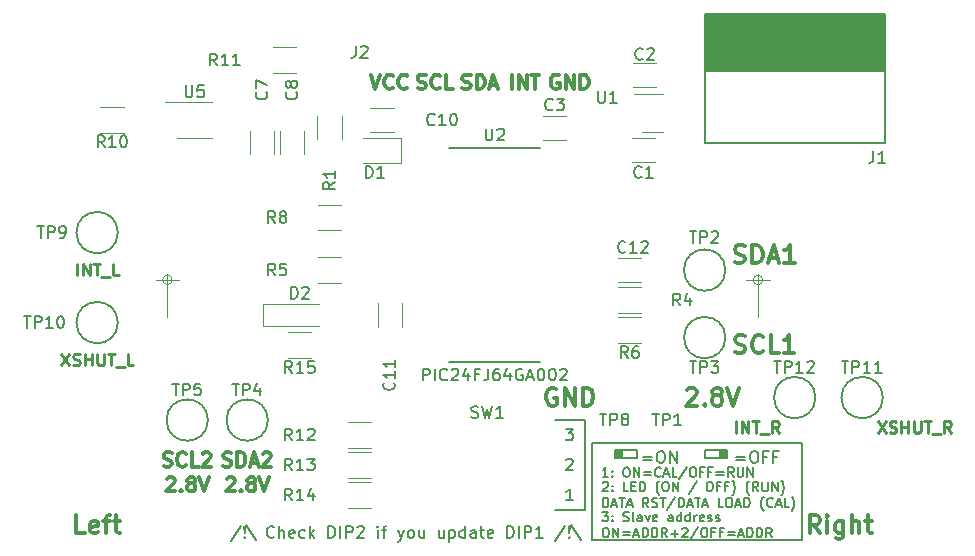
<source format=gbr>
G04 #@! TF.GenerationSoftware,KiCad,Pcbnew,5.0.2+dfsg1-1*
G04 #@! TF.CreationDate,2019-12-13T09:40:21+01:00*
G04 #@! TF.ProjectId,tof_sensor,746f665f-7365-46e7-936f-722e6b696361,1.0*
G04 #@! TF.SameCoordinates,Original*
G04 #@! TF.FileFunction,Legend,Top*
G04 #@! TF.FilePolarity,Positive*
%FSLAX46Y46*%
G04 Gerber Fmt 4.6, Leading zero omitted, Abs format (unit mm)*
G04 Created by KiCad (PCBNEW 5.0.2+dfsg1-1) date ven 13 déc 2019 09:40:21 CET*
%MOMM*%
%LPD*%
G01*
G04 APERTURE LIST*
%ADD10C,0.150000*%
%ADD11C,0.200000*%
%ADD12C,0.300000*%
%ADD13C,0.250000*%
%ADD14C,0.152400*%
%ADD15C,0.120000*%
%ADD16C,0.100000*%
G04 APERTURE END LIST*
D10*
X134709047Y-104179761D02*
X133851904Y-105465476D01*
X135042380Y-105132142D02*
X135090000Y-105179761D01*
X135042380Y-105227380D01*
X134994761Y-105179761D01*
X135042380Y-105132142D01*
X135042380Y-105227380D01*
X135042380Y-104846428D02*
X134994761Y-104275000D01*
X135042380Y-104227380D01*
X135090000Y-104275000D01*
X135042380Y-104846428D01*
X135042380Y-104227380D01*
X135185238Y-104132142D02*
X136042380Y-105417857D01*
X137518571Y-105132142D02*
X137470952Y-105179761D01*
X137328095Y-105227380D01*
X137232857Y-105227380D01*
X137090000Y-105179761D01*
X136994761Y-105084523D01*
X136947142Y-104989285D01*
X136899523Y-104798809D01*
X136899523Y-104655952D01*
X136947142Y-104465476D01*
X136994761Y-104370238D01*
X137090000Y-104275000D01*
X137232857Y-104227380D01*
X137328095Y-104227380D01*
X137470952Y-104275000D01*
X137518571Y-104322619D01*
X137947142Y-105227380D02*
X137947142Y-104227380D01*
X138375714Y-105227380D02*
X138375714Y-104703571D01*
X138328095Y-104608333D01*
X138232857Y-104560714D01*
X138090000Y-104560714D01*
X137994761Y-104608333D01*
X137947142Y-104655952D01*
X139232857Y-105179761D02*
X139137619Y-105227380D01*
X138947142Y-105227380D01*
X138851904Y-105179761D01*
X138804285Y-105084523D01*
X138804285Y-104703571D01*
X138851904Y-104608333D01*
X138947142Y-104560714D01*
X139137619Y-104560714D01*
X139232857Y-104608333D01*
X139280476Y-104703571D01*
X139280476Y-104798809D01*
X138804285Y-104894047D01*
X140137619Y-105179761D02*
X140042380Y-105227380D01*
X139851904Y-105227380D01*
X139756666Y-105179761D01*
X139709047Y-105132142D01*
X139661428Y-105036904D01*
X139661428Y-104751190D01*
X139709047Y-104655952D01*
X139756666Y-104608333D01*
X139851904Y-104560714D01*
X140042380Y-104560714D01*
X140137619Y-104608333D01*
X140566190Y-105227380D02*
X140566190Y-104227380D01*
X140661428Y-104846428D02*
X140947142Y-105227380D01*
X140947142Y-104560714D02*
X140566190Y-104941666D01*
X142137619Y-105227380D02*
X142137619Y-104227380D01*
X142375714Y-104227380D01*
X142518571Y-104275000D01*
X142613809Y-104370238D01*
X142661428Y-104465476D01*
X142709047Y-104655952D01*
X142709047Y-104798809D01*
X142661428Y-104989285D01*
X142613809Y-105084523D01*
X142518571Y-105179761D01*
X142375714Y-105227380D01*
X142137619Y-105227380D01*
X143137619Y-105227380D02*
X143137619Y-104227380D01*
X143613809Y-105227380D02*
X143613809Y-104227380D01*
X143994761Y-104227380D01*
X144090000Y-104275000D01*
X144137619Y-104322619D01*
X144185238Y-104417857D01*
X144185238Y-104560714D01*
X144137619Y-104655952D01*
X144090000Y-104703571D01*
X143994761Y-104751190D01*
X143613809Y-104751190D01*
X144566190Y-104322619D02*
X144613809Y-104275000D01*
X144709047Y-104227380D01*
X144947142Y-104227380D01*
X145042380Y-104275000D01*
X145090000Y-104322619D01*
X145137619Y-104417857D01*
X145137619Y-104513095D01*
X145090000Y-104655952D01*
X144518571Y-105227380D01*
X145137619Y-105227380D01*
X146328095Y-105227380D02*
X146328095Y-104560714D01*
X146328095Y-104227380D02*
X146280476Y-104275000D01*
X146328095Y-104322619D01*
X146375714Y-104275000D01*
X146328095Y-104227380D01*
X146328095Y-104322619D01*
X146661428Y-104560714D02*
X147042380Y-104560714D01*
X146804285Y-105227380D02*
X146804285Y-104370238D01*
X146851904Y-104275000D01*
X146947142Y-104227380D01*
X147042380Y-104227380D01*
X148042380Y-104560714D02*
X148280476Y-105227380D01*
X148518571Y-104560714D02*
X148280476Y-105227380D01*
X148185238Y-105465476D01*
X148137619Y-105513095D01*
X148042380Y-105560714D01*
X149042380Y-105227380D02*
X148947142Y-105179761D01*
X148899523Y-105132142D01*
X148851904Y-105036904D01*
X148851904Y-104751190D01*
X148899523Y-104655952D01*
X148947142Y-104608333D01*
X149042380Y-104560714D01*
X149185238Y-104560714D01*
X149280476Y-104608333D01*
X149328095Y-104655952D01*
X149375714Y-104751190D01*
X149375714Y-105036904D01*
X149328095Y-105132142D01*
X149280476Y-105179761D01*
X149185238Y-105227380D01*
X149042380Y-105227380D01*
X150232857Y-104560714D02*
X150232857Y-105227380D01*
X149804285Y-104560714D02*
X149804285Y-105084523D01*
X149851904Y-105179761D01*
X149947142Y-105227380D01*
X150090000Y-105227380D01*
X150185238Y-105179761D01*
X150232857Y-105132142D01*
X151899523Y-104560714D02*
X151899523Y-105227380D01*
X151470952Y-104560714D02*
X151470952Y-105084523D01*
X151518571Y-105179761D01*
X151613809Y-105227380D01*
X151756666Y-105227380D01*
X151851904Y-105179761D01*
X151899523Y-105132142D01*
X152375714Y-104560714D02*
X152375714Y-105560714D01*
X152375714Y-104608333D02*
X152470952Y-104560714D01*
X152661428Y-104560714D01*
X152756666Y-104608333D01*
X152804285Y-104655952D01*
X152851904Y-104751190D01*
X152851904Y-105036904D01*
X152804285Y-105132142D01*
X152756666Y-105179761D01*
X152661428Y-105227380D01*
X152470952Y-105227380D01*
X152375714Y-105179761D01*
X153709047Y-105227380D02*
X153709047Y-104227380D01*
X153709047Y-105179761D02*
X153613809Y-105227380D01*
X153423333Y-105227380D01*
X153328095Y-105179761D01*
X153280476Y-105132142D01*
X153232857Y-105036904D01*
X153232857Y-104751190D01*
X153280476Y-104655952D01*
X153328095Y-104608333D01*
X153423333Y-104560714D01*
X153613809Y-104560714D01*
X153709047Y-104608333D01*
X154613809Y-105227380D02*
X154613809Y-104703571D01*
X154566190Y-104608333D01*
X154470952Y-104560714D01*
X154280476Y-104560714D01*
X154185238Y-104608333D01*
X154613809Y-105179761D02*
X154518571Y-105227380D01*
X154280476Y-105227380D01*
X154185238Y-105179761D01*
X154137619Y-105084523D01*
X154137619Y-104989285D01*
X154185238Y-104894047D01*
X154280476Y-104846428D01*
X154518571Y-104846428D01*
X154613809Y-104798809D01*
X154947142Y-104560714D02*
X155328095Y-104560714D01*
X155089999Y-104227380D02*
X155089999Y-105084523D01*
X155137619Y-105179761D01*
X155232857Y-105227380D01*
X155328095Y-105227380D01*
X156042380Y-105179761D02*
X155947142Y-105227380D01*
X155756666Y-105227380D01*
X155661428Y-105179761D01*
X155613809Y-105084523D01*
X155613809Y-104703571D01*
X155661428Y-104608333D01*
X155756666Y-104560714D01*
X155947142Y-104560714D01*
X156042380Y-104608333D01*
X156089999Y-104703571D01*
X156089999Y-104798809D01*
X155613809Y-104894047D01*
X157280476Y-105227380D02*
X157280476Y-104227380D01*
X157518571Y-104227380D01*
X157661428Y-104275000D01*
X157756666Y-104370238D01*
X157804285Y-104465476D01*
X157851904Y-104655952D01*
X157851904Y-104798809D01*
X157804285Y-104989285D01*
X157756666Y-105084523D01*
X157661428Y-105179761D01*
X157518571Y-105227380D01*
X157280476Y-105227380D01*
X158280476Y-105227380D02*
X158280476Y-104227380D01*
X158756666Y-105227380D02*
X158756666Y-104227380D01*
X159137619Y-104227380D01*
X159232857Y-104275000D01*
X159280476Y-104322619D01*
X159328095Y-104417857D01*
X159328095Y-104560714D01*
X159280476Y-104655952D01*
X159232857Y-104703571D01*
X159137619Y-104751190D01*
X158756666Y-104751190D01*
X160280476Y-105227380D02*
X159709047Y-105227380D01*
X159994761Y-105227380D02*
X159994761Y-104227380D01*
X159899523Y-104370238D01*
X159804285Y-104465476D01*
X159709047Y-104513095D01*
X162185238Y-104179761D02*
X161328095Y-105465476D01*
X162518571Y-105132142D02*
X162566190Y-105179761D01*
X162518571Y-105227380D01*
X162470952Y-105179761D01*
X162518571Y-105132142D01*
X162518571Y-105227380D01*
X162518571Y-104846428D02*
X162470952Y-104275000D01*
X162518571Y-104227380D01*
X162566190Y-104275000D01*
X162518571Y-104846428D01*
X162518571Y-104227380D01*
X162661428Y-104132142D02*
X163518571Y-105417857D01*
X165311785Y-103026904D02*
X165807023Y-103026904D01*
X165540357Y-103331666D01*
X165654642Y-103331666D01*
X165730833Y-103369761D01*
X165768928Y-103407857D01*
X165807023Y-103484047D01*
X165807023Y-103674523D01*
X165768928Y-103750714D01*
X165730833Y-103788809D01*
X165654642Y-103826904D01*
X165426071Y-103826904D01*
X165349880Y-103788809D01*
X165311785Y-103750714D01*
X166149880Y-103750714D02*
X166187976Y-103788809D01*
X166149880Y-103826904D01*
X166111785Y-103788809D01*
X166149880Y-103750714D01*
X166149880Y-103826904D01*
X166149880Y-103331666D02*
X166187976Y-103369761D01*
X166149880Y-103407857D01*
X166111785Y-103369761D01*
X166149880Y-103331666D01*
X166149880Y-103407857D01*
X167102261Y-103788809D02*
X167216547Y-103826904D01*
X167407023Y-103826904D01*
X167483214Y-103788809D01*
X167521309Y-103750714D01*
X167559404Y-103674523D01*
X167559404Y-103598333D01*
X167521309Y-103522142D01*
X167483214Y-103484047D01*
X167407023Y-103445952D01*
X167254642Y-103407857D01*
X167178452Y-103369761D01*
X167140357Y-103331666D01*
X167102261Y-103255476D01*
X167102261Y-103179285D01*
X167140357Y-103103095D01*
X167178452Y-103065000D01*
X167254642Y-103026904D01*
X167445119Y-103026904D01*
X167559404Y-103065000D01*
X168016547Y-103826904D02*
X167940357Y-103788809D01*
X167902261Y-103712619D01*
X167902261Y-103026904D01*
X168664166Y-103826904D02*
X168664166Y-103407857D01*
X168626071Y-103331666D01*
X168549880Y-103293571D01*
X168397500Y-103293571D01*
X168321309Y-103331666D01*
X168664166Y-103788809D02*
X168587976Y-103826904D01*
X168397500Y-103826904D01*
X168321309Y-103788809D01*
X168283214Y-103712619D01*
X168283214Y-103636428D01*
X168321309Y-103560238D01*
X168397500Y-103522142D01*
X168587976Y-103522142D01*
X168664166Y-103484047D01*
X168968928Y-103293571D02*
X169159404Y-103826904D01*
X169349880Y-103293571D01*
X169959404Y-103788809D02*
X169883214Y-103826904D01*
X169730833Y-103826904D01*
X169654642Y-103788809D01*
X169616547Y-103712619D01*
X169616547Y-103407857D01*
X169654642Y-103331666D01*
X169730833Y-103293571D01*
X169883214Y-103293571D01*
X169959404Y-103331666D01*
X169997500Y-103407857D01*
X169997500Y-103484047D01*
X169616547Y-103560238D01*
X171292738Y-103826904D02*
X171292738Y-103407857D01*
X171254642Y-103331666D01*
X171178452Y-103293571D01*
X171026071Y-103293571D01*
X170949880Y-103331666D01*
X171292738Y-103788809D02*
X171216547Y-103826904D01*
X171026071Y-103826904D01*
X170949880Y-103788809D01*
X170911785Y-103712619D01*
X170911785Y-103636428D01*
X170949880Y-103560238D01*
X171026071Y-103522142D01*
X171216547Y-103522142D01*
X171292738Y-103484047D01*
X172016547Y-103826904D02*
X172016547Y-103026904D01*
X172016547Y-103788809D02*
X171940357Y-103826904D01*
X171787976Y-103826904D01*
X171711785Y-103788809D01*
X171673690Y-103750714D01*
X171635595Y-103674523D01*
X171635595Y-103445952D01*
X171673690Y-103369761D01*
X171711785Y-103331666D01*
X171787976Y-103293571D01*
X171940357Y-103293571D01*
X172016547Y-103331666D01*
X172740357Y-103826904D02*
X172740357Y-103026904D01*
X172740357Y-103788809D02*
X172664166Y-103826904D01*
X172511785Y-103826904D01*
X172435595Y-103788809D01*
X172397500Y-103750714D01*
X172359404Y-103674523D01*
X172359404Y-103445952D01*
X172397500Y-103369761D01*
X172435595Y-103331666D01*
X172511785Y-103293571D01*
X172664166Y-103293571D01*
X172740357Y-103331666D01*
X173121309Y-103826904D02*
X173121309Y-103293571D01*
X173121309Y-103445952D02*
X173159404Y-103369761D01*
X173197500Y-103331666D01*
X173273690Y-103293571D01*
X173349880Y-103293571D01*
X173921309Y-103788809D02*
X173845119Y-103826904D01*
X173692738Y-103826904D01*
X173616547Y-103788809D01*
X173578452Y-103712619D01*
X173578452Y-103407857D01*
X173616547Y-103331666D01*
X173692738Y-103293571D01*
X173845119Y-103293571D01*
X173921309Y-103331666D01*
X173959404Y-103407857D01*
X173959404Y-103484047D01*
X173578452Y-103560238D01*
X174264166Y-103788809D02*
X174340357Y-103826904D01*
X174492738Y-103826904D01*
X174568928Y-103788809D01*
X174607023Y-103712619D01*
X174607023Y-103674523D01*
X174568928Y-103598333D01*
X174492738Y-103560238D01*
X174378452Y-103560238D01*
X174302261Y-103522142D01*
X174264166Y-103445952D01*
X174264166Y-103407857D01*
X174302261Y-103331666D01*
X174378452Y-103293571D01*
X174492738Y-103293571D01*
X174568928Y-103331666D01*
X174911785Y-103788809D02*
X174987976Y-103826904D01*
X175140357Y-103826904D01*
X175216547Y-103788809D01*
X175254642Y-103712619D01*
X175254642Y-103674523D01*
X175216547Y-103598333D01*
X175140357Y-103560238D01*
X175026071Y-103560238D01*
X174949880Y-103522142D01*
X174911785Y-103445952D01*
X174911785Y-103407857D01*
X174949880Y-103331666D01*
X175026071Y-103293571D01*
X175140357Y-103293571D01*
X175216547Y-103331666D01*
X165540357Y-104376904D02*
X165692738Y-104376904D01*
X165768928Y-104415000D01*
X165845119Y-104491190D01*
X165883214Y-104643571D01*
X165883214Y-104910238D01*
X165845119Y-105062619D01*
X165768928Y-105138809D01*
X165692738Y-105176904D01*
X165540357Y-105176904D01*
X165464166Y-105138809D01*
X165387976Y-105062619D01*
X165349880Y-104910238D01*
X165349880Y-104643571D01*
X165387976Y-104491190D01*
X165464166Y-104415000D01*
X165540357Y-104376904D01*
X166226071Y-105176904D02*
X166226071Y-104376904D01*
X166683214Y-105176904D01*
X166683214Y-104376904D01*
X167064166Y-104757857D02*
X167673690Y-104757857D01*
X167673690Y-104986428D02*
X167064166Y-104986428D01*
X168016547Y-104948333D02*
X168397500Y-104948333D01*
X167940357Y-105176904D02*
X168207023Y-104376904D01*
X168473690Y-105176904D01*
X168740357Y-105176904D02*
X168740357Y-104376904D01*
X168930833Y-104376904D01*
X169045119Y-104415000D01*
X169121309Y-104491190D01*
X169159404Y-104567380D01*
X169197500Y-104719761D01*
X169197500Y-104834047D01*
X169159404Y-104986428D01*
X169121309Y-105062619D01*
X169045119Y-105138809D01*
X168930833Y-105176904D01*
X168740357Y-105176904D01*
X169540357Y-105176904D02*
X169540357Y-104376904D01*
X169730833Y-104376904D01*
X169845119Y-104415000D01*
X169921309Y-104491190D01*
X169959404Y-104567380D01*
X169997500Y-104719761D01*
X169997500Y-104834047D01*
X169959404Y-104986428D01*
X169921309Y-105062619D01*
X169845119Y-105138809D01*
X169730833Y-105176904D01*
X169540357Y-105176904D01*
X170797500Y-105176904D02*
X170530833Y-104795952D01*
X170340357Y-105176904D02*
X170340357Y-104376904D01*
X170645119Y-104376904D01*
X170721309Y-104415000D01*
X170759404Y-104453095D01*
X170797500Y-104529285D01*
X170797500Y-104643571D01*
X170759404Y-104719761D01*
X170721309Y-104757857D01*
X170645119Y-104795952D01*
X170340357Y-104795952D01*
X171140357Y-104872142D02*
X171749880Y-104872142D01*
X171445119Y-105176904D02*
X171445119Y-104567380D01*
X172092738Y-104453095D02*
X172130833Y-104415000D01*
X172207023Y-104376904D01*
X172397500Y-104376904D01*
X172473690Y-104415000D01*
X172511785Y-104453095D01*
X172549880Y-104529285D01*
X172549880Y-104605476D01*
X172511785Y-104719761D01*
X172054642Y-105176904D01*
X172549880Y-105176904D01*
X173464166Y-104338809D02*
X172778452Y-105367380D01*
X173883214Y-104376904D02*
X174035595Y-104376904D01*
X174111785Y-104415000D01*
X174187976Y-104491190D01*
X174226071Y-104643571D01*
X174226071Y-104910238D01*
X174187976Y-105062619D01*
X174111785Y-105138809D01*
X174035595Y-105176904D01*
X173883214Y-105176904D01*
X173807023Y-105138809D01*
X173730833Y-105062619D01*
X173692738Y-104910238D01*
X173692738Y-104643571D01*
X173730833Y-104491190D01*
X173807023Y-104415000D01*
X173883214Y-104376904D01*
X174835595Y-104757857D02*
X174568928Y-104757857D01*
X174568928Y-105176904D02*
X174568928Y-104376904D01*
X174949880Y-104376904D01*
X175521309Y-104757857D02*
X175254642Y-104757857D01*
X175254642Y-105176904D02*
X175254642Y-104376904D01*
X175635595Y-104376904D01*
X175940357Y-104757857D02*
X176549880Y-104757857D01*
X176549880Y-104986428D02*
X175940357Y-104986428D01*
X176892738Y-104948333D02*
X177273690Y-104948333D01*
X176816547Y-105176904D02*
X177083214Y-104376904D01*
X177349880Y-105176904D01*
X177616547Y-105176904D02*
X177616547Y-104376904D01*
X177807023Y-104376904D01*
X177921309Y-104415000D01*
X177997500Y-104491190D01*
X178035595Y-104567380D01*
X178073690Y-104719761D01*
X178073690Y-104834047D01*
X178035595Y-104986428D01*
X177997500Y-105062619D01*
X177921309Y-105138809D01*
X177807023Y-105176904D01*
X177616547Y-105176904D01*
X178416547Y-105176904D02*
X178416547Y-104376904D01*
X178607023Y-104376904D01*
X178721309Y-104415000D01*
X178797500Y-104491190D01*
X178835595Y-104567380D01*
X178873690Y-104719761D01*
X178873690Y-104834047D01*
X178835595Y-104986428D01*
X178797500Y-105062619D01*
X178721309Y-105138809D01*
X178607023Y-105176904D01*
X178416547Y-105176904D01*
X179673690Y-105176904D02*
X179407023Y-104795952D01*
X179216547Y-105176904D02*
X179216547Y-104376904D01*
X179521309Y-104376904D01*
X179597500Y-104415000D01*
X179635595Y-104453095D01*
X179673690Y-104529285D01*
X179673690Y-104643571D01*
X179635595Y-104719761D01*
X179597500Y-104757857D01*
X179521309Y-104795952D01*
X179216547Y-104795952D01*
X165349880Y-100563095D02*
X165387976Y-100525000D01*
X165464166Y-100486904D01*
X165654642Y-100486904D01*
X165730833Y-100525000D01*
X165768928Y-100563095D01*
X165807023Y-100639285D01*
X165807023Y-100715476D01*
X165768928Y-100829761D01*
X165311785Y-101286904D01*
X165807023Y-101286904D01*
X166149880Y-101210714D02*
X166187976Y-101248809D01*
X166149880Y-101286904D01*
X166111785Y-101248809D01*
X166149880Y-101210714D01*
X166149880Y-101286904D01*
X166149880Y-100791666D02*
X166187976Y-100829761D01*
X166149880Y-100867857D01*
X166111785Y-100829761D01*
X166149880Y-100791666D01*
X166149880Y-100867857D01*
X167521309Y-101286904D02*
X167140357Y-101286904D01*
X167140357Y-100486904D01*
X167787976Y-100867857D02*
X168054642Y-100867857D01*
X168168928Y-101286904D02*
X167787976Y-101286904D01*
X167787976Y-100486904D01*
X168168928Y-100486904D01*
X168511785Y-101286904D02*
X168511785Y-100486904D01*
X168702261Y-100486904D01*
X168816547Y-100525000D01*
X168892738Y-100601190D01*
X168930833Y-100677380D01*
X168968928Y-100829761D01*
X168968928Y-100944047D01*
X168930833Y-101096428D01*
X168892738Y-101172619D01*
X168816547Y-101248809D01*
X168702261Y-101286904D01*
X168511785Y-101286904D01*
X170149880Y-101591666D02*
X170111785Y-101553571D01*
X170035595Y-101439285D01*
X169997500Y-101363095D01*
X169959404Y-101248809D01*
X169921309Y-101058333D01*
X169921309Y-100905952D01*
X169959404Y-100715476D01*
X169997500Y-100601190D01*
X170035595Y-100525000D01*
X170111785Y-100410714D01*
X170149880Y-100372619D01*
X170607023Y-100486904D02*
X170759404Y-100486904D01*
X170835595Y-100525000D01*
X170911785Y-100601190D01*
X170949880Y-100753571D01*
X170949880Y-101020238D01*
X170911785Y-101172619D01*
X170835595Y-101248809D01*
X170759404Y-101286904D01*
X170607023Y-101286904D01*
X170530833Y-101248809D01*
X170454642Y-101172619D01*
X170416547Y-101020238D01*
X170416547Y-100753571D01*
X170454642Y-100601190D01*
X170530833Y-100525000D01*
X170607023Y-100486904D01*
X171292738Y-101286904D02*
X171292738Y-100486904D01*
X171749880Y-101286904D01*
X171749880Y-100486904D01*
X173311785Y-100448809D02*
X172626071Y-101477380D01*
X174340357Y-100486904D02*
X174492738Y-100486904D01*
X174568928Y-100525000D01*
X174645119Y-100601190D01*
X174683214Y-100753571D01*
X174683214Y-101020238D01*
X174645119Y-101172619D01*
X174568928Y-101248809D01*
X174492738Y-101286904D01*
X174340357Y-101286904D01*
X174264166Y-101248809D01*
X174187976Y-101172619D01*
X174149880Y-101020238D01*
X174149880Y-100753571D01*
X174187976Y-100601190D01*
X174264166Y-100525000D01*
X174340357Y-100486904D01*
X175292738Y-100867857D02*
X175026071Y-100867857D01*
X175026071Y-101286904D02*
X175026071Y-100486904D01*
X175407023Y-100486904D01*
X175978452Y-100867857D02*
X175711785Y-100867857D01*
X175711785Y-101286904D02*
X175711785Y-100486904D01*
X176092738Y-100486904D01*
X176321309Y-101591666D02*
X176359404Y-101553571D01*
X176435595Y-101439285D01*
X176473690Y-101363095D01*
X176511785Y-101248809D01*
X176549880Y-101058333D01*
X176549880Y-100905952D01*
X176511785Y-100715476D01*
X176473690Y-100601190D01*
X176435595Y-100525000D01*
X176359404Y-100410714D01*
X176321309Y-100372619D01*
X177768928Y-101591666D02*
X177730833Y-101553571D01*
X177654642Y-101439285D01*
X177616547Y-101363095D01*
X177578452Y-101248809D01*
X177540357Y-101058333D01*
X177540357Y-100905952D01*
X177578452Y-100715476D01*
X177616547Y-100601190D01*
X177654642Y-100525000D01*
X177730833Y-100410714D01*
X177768928Y-100372619D01*
X178530833Y-101286904D02*
X178264166Y-100905952D01*
X178073690Y-101286904D02*
X178073690Y-100486904D01*
X178378452Y-100486904D01*
X178454642Y-100525000D01*
X178492738Y-100563095D01*
X178530833Y-100639285D01*
X178530833Y-100753571D01*
X178492738Y-100829761D01*
X178454642Y-100867857D01*
X178378452Y-100905952D01*
X178073690Y-100905952D01*
X178873690Y-100486904D02*
X178873690Y-101134523D01*
X178911785Y-101210714D01*
X178949880Y-101248809D01*
X179026071Y-101286904D01*
X179178452Y-101286904D01*
X179254642Y-101248809D01*
X179292738Y-101210714D01*
X179330833Y-101134523D01*
X179330833Y-100486904D01*
X179711785Y-101286904D02*
X179711785Y-100486904D01*
X180168928Y-101286904D01*
X180168928Y-100486904D01*
X180473690Y-101591666D02*
X180511785Y-101553571D01*
X180587976Y-101439285D01*
X180626071Y-101363095D01*
X180664166Y-101248809D01*
X180702261Y-101058333D01*
X180702261Y-100905952D01*
X180664166Y-100715476D01*
X180626071Y-100601190D01*
X180587976Y-100525000D01*
X180511785Y-100410714D01*
X180473690Y-100372619D01*
X165387976Y-102636904D02*
X165387976Y-101836904D01*
X165578452Y-101836904D01*
X165692738Y-101875000D01*
X165768928Y-101951190D01*
X165807023Y-102027380D01*
X165845119Y-102179761D01*
X165845119Y-102294047D01*
X165807023Y-102446428D01*
X165768928Y-102522619D01*
X165692738Y-102598809D01*
X165578452Y-102636904D01*
X165387976Y-102636904D01*
X166149880Y-102408333D02*
X166530833Y-102408333D01*
X166073690Y-102636904D02*
X166340357Y-101836904D01*
X166607023Y-102636904D01*
X166759404Y-101836904D02*
X167216547Y-101836904D01*
X166987976Y-102636904D02*
X166987976Y-101836904D01*
X167445119Y-102408333D02*
X167826071Y-102408333D01*
X167368928Y-102636904D02*
X167635595Y-101836904D01*
X167902261Y-102636904D01*
X169235595Y-102636904D02*
X168968928Y-102255952D01*
X168778452Y-102636904D02*
X168778452Y-101836904D01*
X169083214Y-101836904D01*
X169159404Y-101875000D01*
X169197500Y-101913095D01*
X169235595Y-101989285D01*
X169235595Y-102103571D01*
X169197500Y-102179761D01*
X169159404Y-102217857D01*
X169083214Y-102255952D01*
X168778452Y-102255952D01*
X169540357Y-102598809D02*
X169654642Y-102636904D01*
X169845119Y-102636904D01*
X169921309Y-102598809D01*
X169959404Y-102560714D01*
X169997500Y-102484523D01*
X169997500Y-102408333D01*
X169959404Y-102332142D01*
X169921309Y-102294047D01*
X169845119Y-102255952D01*
X169692738Y-102217857D01*
X169616547Y-102179761D01*
X169578452Y-102141666D01*
X169540357Y-102065476D01*
X169540357Y-101989285D01*
X169578452Y-101913095D01*
X169616547Y-101875000D01*
X169692738Y-101836904D01*
X169883214Y-101836904D01*
X169997500Y-101875000D01*
X170226071Y-101836904D02*
X170683214Y-101836904D01*
X170454642Y-102636904D02*
X170454642Y-101836904D01*
X171521309Y-101798809D02*
X170835595Y-102827380D01*
X171787976Y-102636904D02*
X171787976Y-101836904D01*
X171978452Y-101836904D01*
X172092738Y-101875000D01*
X172168928Y-101951190D01*
X172207023Y-102027380D01*
X172245119Y-102179761D01*
X172245119Y-102294047D01*
X172207023Y-102446428D01*
X172168928Y-102522619D01*
X172092738Y-102598809D01*
X171978452Y-102636904D01*
X171787976Y-102636904D01*
X172549880Y-102408333D02*
X172930833Y-102408333D01*
X172473690Y-102636904D02*
X172740357Y-101836904D01*
X173007023Y-102636904D01*
X173159404Y-101836904D02*
X173616547Y-101836904D01*
X173387976Y-102636904D02*
X173387976Y-101836904D01*
X173845119Y-102408333D02*
X174226071Y-102408333D01*
X173768928Y-102636904D02*
X174035595Y-101836904D01*
X174302261Y-102636904D01*
X175559404Y-102636904D02*
X175178452Y-102636904D01*
X175178452Y-101836904D01*
X175978452Y-101836904D02*
X176130833Y-101836904D01*
X176207023Y-101875000D01*
X176283214Y-101951190D01*
X176321309Y-102103571D01*
X176321309Y-102370238D01*
X176283214Y-102522619D01*
X176207023Y-102598809D01*
X176130833Y-102636904D01*
X175978452Y-102636904D01*
X175902261Y-102598809D01*
X175826071Y-102522619D01*
X175787976Y-102370238D01*
X175787976Y-102103571D01*
X175826071Y-101951190D01*
X175902261Y-101875000D01*
X175978452Y-101836904D01*
X176626071Y-102408333D02*
X177007023Y-102408333D01*
X176549880Y-102636904D02*
X176816547Y-101836904D01*
X177083214Y-102636904D01*
X177349880Y-102636904D02*
X177349880Y-101836904D01*
X177540357Y-101836904D01*
X177654642Y-101875000D01*
X177730833Y-101951190D01*
X177768928Y-102027380D01*
X177807023Y-102179761D01*
X177807023Y-102294047D01*
X177768928Y-102446428D01*
X177730833Y-102522619D01*
X177654642Y-102598809D01*
X177540357Y-102636904D01*
X177349880Y-102636904D01*
X178987976Y-102941666D02*
X178949880Y-102903571D01*
X178873690Y-102789285D01*
X178835595Y-102713095D01*
X178797500Y-102598809D01*
X178759404Y-102408333D01*
X178759404Y-102255952D01*
X178797500Y-102065476D01*
X178835595Y-101951190D01*
X178873690Y-101875000D01*
X178949880Y-101760714D01*
X178987976Y-101722619D01*
X179749880Y-102560714D02*
X179711785Y-102598809D01*
X179597500Y-102636904D01*
X179521309Y-102636904D01*
X179407023Y-102598809D01*
X179330833Y-102522619D01*
X179292738Y-102446428D01*
X179254642Y-102294047D01*
X179254642Y-102179761D01*
X179292738Y-102027380D01*
X179330833Y-101951190D01*
X179407023Y-101875000D01*
X179521309Y-101836904D01*
X179597500Y-101836904D01*
X179711785Y-101875000D01*
X179749880Y-101913095D01*
X180054642Y-102408333D02*
X180435595Y-102408333D01*
X179978452Y-102636904D02*
X180245119Y-101836904D01*
X180511785Y-102636904D01*
X181159404Y-102636904D02*
X180778452Y-102636904D01*
X180778452Y-101836904D01*
X181349880Y-102941666D02*
X181387976Y-102903571D01*
X181464166Y-102789285D01*
X181502261Y-102713095D01*
X181540357Y-102598809D01*
X181578452Y-102408333D01*
X181578452Y-102255952D01*
X181540357Y-102065476D01*
X181502261Y-101951190D01*
X181464166Y-101875000D01*
X181387976Y-101760714D01*
X181349880Y-101722619D01*
X176673095Y-98353571D02*
X177435000Y-98353571D01*
X177435000Y-98639285D02*
X176673095Y-98639285D01*
X178101666Y-97877380D02*
X178292142Y-97877380D01*
X178387380Y-97925000D01*
X178482619Y-98020238D01*
X178530238Y-98210714D01*
X178530238Y-98544047D01*
X178482619Y-98734523D01*
X178387380Y-98829761D01*
X178292142Y-98877380D01*
X178101666Y-98877380D01*
X178006428Y-98829761D01*
X177911190Y-98734523D01*
X177863571Y-98544047D01*
X177863571Y-98210714D01*
X177911190Y-98020238D01*
X178006428Y-97925000D01*
X178101666Y-97877380D01*
X179292142Y-98353571D02*
X178958809Y-98353571D01*
X178958809Y-98877380D02*
X178958809Y-97877380D01*
X179435000Y-97877380D01*
X180149285Y-98353571D02*
X179815952Y-98353571D01*
X179815952Y-98877380D02*
X179815952Y-97877380D01*
X180292142Y-97877380D01*
X168751428Y-98353571D02*
X169513333Y-98353571D01*
X169513333Y-98639285D02*
X168751428Y-98639285D01*
X170180000Y-97877380D02*
X170370476Y-97877380D01*
X170465714Y-97925000D01*
X170560952Y-98020238D01*
X170608571Y-98210714D01*
X170608571Y-98544047D01*
X170560952Y-98734523D01*
X170465714Y-98829761D01*
X170370476Y-98877380D01*
X170180000Y-98877380D01*
X170084761Y-98829761D01*
X169989523Y-98734523D01*
X169941904Y-98544047D01*
X169941904Y-98210714D01*
X169989523Y-98020238D01*
X170084761Y-97925000D01*
X170180000Y-97877380D01*
X171037142Y-98877380D02*
X171037142Y-97877380D01*
X171608571Y-98877380D01*
X171608571Y-97877380D01*
G36*
X175260000Y-97790000D02*
X175895000Y-97790000D01*
X175895000Y-98425000D01*
X175260000Y-98425000D01*
X175260000Y-97790000D01*
G37*
X175260000Y-97790000D02*
X175895000Y-97790000D01*
X175895000Y-98425000D01*
X175260000Y-98425000D01*
X175260000Y-97790000D01*
G36*
X167005000Y-98425000D02*
X167005000Y-97790000D01*
X166370000Y-97790000D01*
X166370000Y-98425000D01*
X167005000Y-98425000D01*
G37*
X167005000Y-98425000D02*
X167005000Y-97790000D01*
X166370000Y-97790000D01*
X166370000Y-98425000D01*
X167005000Y-98425000D01*
D11*
X173990000Y-98425000D02*
X173990000Y-97790000D01*
X175895000Y-98425000D02*
X173990000Y-98425000D01*
X175895000Y-97790000D02*
X175895000Y-98425000D01*
X173990000Y-97790000D02*
X175895000Y-97790000D01*
X166370000Y-98425000D02*
X166370000Y-97790000D01*
X168275000Y-98425000D02*
X166370000Y-98425000D01*
X168275000Y-97790000D02*
X168275000Y-98425000D01*
X166370000Y-97790000D02*
X168275000Y-97790000D01*
D10*
X165807023Y-100056904D02*
X165349880Y-100056904D01*
X165578452Y-100056904D02*
X165578452Y-99256904D01*
X165502261Y-99371190D01*
X165426071Y-99447380D01*
X165349880Y-99485476D01*
X166149880Y-99980714D02*
X166187976Y-100018809D01*
X166149880Y-100056904D01*
X166111785Y-100018809D01*
X166149880Y-99980714D01*
X166149880Y-100056904D01*
X166149880Y-99561666D02*
X166187976Y-99599761D01*
X166149880Y-99637857D01*
X166111785Y-99599761D01*
X166149880Y-99561666D01*
X166149880Y-99637857D01*
X167292738Y-99256904D02*
X167445119Y-99256904D01*
X167521309Y-99295000D01*
X167597500Y-99371190D01*
X167635595Y-99523571D01*
X167635595Y-99790238D01*
X167597500Y-99942619D01*
X167521309Y-100018809D01*
X167445119Y-100056904D01*
X167292738Y-100056904D01*
X167216547Y-100018809D01*
X167140357Y-99942619D01*
X167102261Y-99790238D01*
X167102261Y-99523571D01*
X167140357Y-99371190D01*
X167216547Y-99295000D01*
X167292738Y-99256904D01*
X167978452Y-100056904D02*
X167978452Y-99256904D01*
X168435595Y-100056904D01*
X168435595Y-99256904D01*
X168816547Y-99637857D02*
X169426071Y-99637857D01*
X169426071Y-99866428D02*
X168816547Y-99866428D01*
X170264166Y-99980714D02*
X170226071Y-100018809D01*
X170111785Y-100056904D01*
X170035595Y-100056904D01*
X169921309Y-100018809D01*
X169845119Y-99942619D01*
X169807023Y-99866428D01*
X169768928Y-99714047D01*
X169768928Y-99599761D01*
X169807023Y-99447380D01*
X169845119Y-99371190D01*
X169921309Y-99295000D01*
X170035595Y-99256904D01*
X170111785Y-99256904D01*
X170226071Y-99295000D01*
X170264166Y-99333095D01*
X170568928Y-99828333D02*
X170949880Y-99828333D01*
X170492738Y-100056904D02*
X170759404Y-99256904D01*
X171026071Y-100056904D01*
X171673690Y-100056904D02*
X171292738Y-100056904D01*
X171292738Y-99256904D01*
X172511785Y-99218809D02*
X171826071Y-100247380D01*
X172930833Y-99256904D02*
X173083214Y-99256904D01*
X173159404Y-99295000D01*
X173235595Y-99371190D01*
X173273690Y-99523571D01*
X173273690Y-99790238D01*
X173235595Y-99942619D01*
X173159404Y-100018809D01*
X173083214Y-100056904D01*
X172930833Y-100056904D01*
X172854642Y-100018809D01*
X172778452Y-99942619D01*
X172740357Y-99790238D01*
X172740357Y-99523571D01*
X172778452Y-99371190D01*
X172854642Y-99295000D01*
X172930833Y-99256904D01*
X173883214Y-99637857D02*
X173616547Y-99637857D01*
X173616547Y-100056904D02*
X173616547Y-99256904D01*
X173997500Y-99256904D01*
X174568928Y-99637857D02*
X174302261Y-99637857D01*
X174302261Y-100056904D02*
X174302261Y-99256904D01*
X174683214Y-99256904D01*
X174987976Y-99637857D02*
X175597500Y-99637857D01*
X175597500Y-99866428D02*
X174987976Y-99866428D01*
X176435595Y-100056904D02*
X176168928Y-99675952D01*
X175978452Y-100056904D02*
X175978452Y-99256904D01*
X176283214Y-99256904D01*
X176359404Y-99295000D01*
X176397500Y-99333095D01*
X176435595Y-99409285D01*
X176435595Y-99523571D01*
X176397500Y-99599761D01*
X176359404Y-99637857D01*
X176283214Y-99675952D01*
X175978452Y-99675952D01*
X176778452Y-99256904D02*
X176778452Y-99904523D01*
X176816547Y-99980714D01*
X176854642Y-100018809D01*
X176930833Y-100056904D01*
X177083214Y-100056904D01*
X177159404Y-100018809D01*
X177197500Y-99980714D01*
X177235595Y-99904523D01*
X177235595Y-99256904D01*
X177616547Y-100056904D02*
X177616547Y-99256904D01*
X178073690Y-100056904D01*
X178073690Y-99256904D01*
D11*
X164465000Y-105410000D02*
X182245000Y-105410000D01*
X164465000Y-97155000D02*
X164465000Y-105410000D01*
X182245000Y-97155000D02*
X182245000Y-105410000D01*
X164465000Y-97155000D02*
X182245000Y-97155000D01*
X163830000Y-102870000D02*
X161290000Y-102870000D01*
X163830000Y-95250000D02*
X163830000Y-102870000D01*
X161290000Y-95250000D02*
X163830000Y-95250000D01*
D10*
X162226666Y-95972380D02*
X162845714Y-95972380D01*
X162512380Y-96353333D01*
X162655238Y-96353333D01*
X162750476Y-96400952D01*
X162798095Y-96448571D01*
X162845714Y-96543809D01*
X162845714Y-96781904D01*
X162798095Y-96877142D01*
X162750476Y-96924761D01*
X162655238Y-96972380D01*
X162369523Y-96972380D01*
X162274285Y-96924761D01*
X162226666Y-96877142D01*
X162274285Y-98607619D02*
X162321904Y-98560000D01*
X162417142Y-98512380D01*
X162655238Y-98512380D01*
X162750476Y-98560000D01*
X162798095Y-98607619D01*
X162845714Y-98702857D01*
X162845714Y-98798095D01*
X162798095Y-98940952D01*
X162226666Y-99512380D01*
X162845714Y-99512380D01*
X162845714Y-102052380D02*
X162274285Y-102052380D01*
X162560000Y-102052380D02*
X162560000Y-101052380D01*
X162464761Y-101195238D01*
X162369523Y-101290476D01*
X162274285Y-101338095D01*
D12*
X183741428Y-104818571D02*
X183241428Y-104104285D01*
X182884285Y-104818571D02*
X182884285Y-103318571D01*
X183455714Y-103318571D01*
X183598571Y-103390000D01*
X183670000Y-103461428D01*
X183741428Y-103604285D01*
X183741428Y-103818571D01*
X183670000Y-103961428D01*
X183598571Y-104032857D01*
X183455714Y-104104285D01*
X182884285Y-104104285D01*
X184384285Y-104818571D02*
X184384285Y-103818571D01*
X184384285Y-103318571D02*
X184312857Y-103390000D01*
X184384285Y-103461428D01*
X184455714Y-103390000D01*
X184384285Y-103318571D01*
X184384285Y-103461428D01*
X185741428Y-103818571D02*
X185741428Y-105032857D01*
X185670000Y-105175714D01*
X185598571Y-105247142D01*
X185455714Y-105318571D01*
X185241428Y-105318571D01*
X185098571Y-105247142D01*
X185741428Y-104747142D02*
X185598571Y-104818571D01*
X185312857Y-104818571D01*
X185170000Y-104747142D01*
X185098571Y-104675714D01*
X185027142Y-104532857D01*
X185027142Y-104104285D01*
X185098571Y-103961428D01*
X185170000Y-103890000D01*
X185312857Y-103818571D01*
X185598571Y-103818571D01*
X185741428Y-103890000D01*
X186455714Y-104818571D02*
X186455714Y-103318571D01*
X187098571Y-104818571D02*
X187098571Y-104032857D01*
X187027142Y-103890000D01*
X186884285Y-103818571D01*
X186670000Y-103818571D01*
X186527142Y-103890000D01*
X186455714Y-103961428D01*
X187598571Y-103818571D02*
X188170000Y-103818571D01*
X187812857Y-103318571D02*
X187812857Y-104604285D01*
X187884285Y-104747142D01*
X188027142Y-104818571D01*
X188170000Y-104818571D01*
X121519285Y-104818571D02*
X120805000Y-104818571D01*
X120805000Y-103318571D01*
X122590714Y-104747142D02*
X122447857Y-104818571D01*
X122162142Y-104818571D01*
X122019285Y-104747142D01*
X121947857Y-104604285D01*
X121947857Y-104032857D01*
X122019285Y-103890000D01*
X122162142Y-103818571D01*
X122447857Y-103818571D01*
X122590714Y-103890000D01*
X122662142Y-104032857D01*
X122662142Y-104175714D01*
X121947857Y-104318571D01*
X123090714Y-103818571D02*
X123662142Y-103818571D01*
X123305000Y-104818571D02*
X123305000Y-103532857D01*
X123376428Y-103390000D01*
X123519285Y-103318571D01*
X123662142Y-103318571D01*
X123947857Y-103818571D02*
X124519285Y-103818571D01*
X124162142Y-103318571D02*
X124162142Y-104604285D01*
X124233571Y-104747142D01*
X124376428Y-104818571D01*
X124519285Y-104818571D01*
D13*
X120864523Y-83002380D02*
X120864523Y-82002380D01*
X121340714Y-83002380D02*
X121340714Y-82002380D01*
X121912142Y-83002380D01*
X121912142Y-82002380D01*
X122245476Y-82002380D02*
X122816904Y-82002380D01*
X122531190Y-83002380D02*
X122531190Y-82002380D01*
X122912142Y-83097619D02*
X123674047Y-83097619D01*
X124388333Y-83002380D02*
X123912142Y-83002380D01*
X123912142Y-82002380D01*
X119531190Y-89622380D02*
X120197857Y-90622380D01*
X120197857Y-89622380D02*
X119531190Y-90622380D01*
X120531190Y-90574761D02*
X120674047Y-90622380D01*
X120912142Y-90622380D01*
X121007380Y-90574761D01*
X121055000Y-90527142D01*
X121102619Y-90431904D01*
X121102619Y-90336666D01*
X121055000Y-90241428D01*
X121007380Y-90193809D01*
X120912142Y-90146190D01*
X120721666Y-90098571D01*
X120626428Y-90050952D01*
X120578809Y-90003333D01*
X120531190Y-89908095D01*
X120531190Y-89812857D01*
X120578809Y-89717619D01*
X120626428Y-89670000D01*
X120721666Y-89622380D01*
X120959761Y-89622380D01*
X121102619Y-89670000D01*
X121531190Y-90622380D02*
X121531190Y-89622380D01*
X121531190Y-90098571D02*
X122102619Y-90098571D01*
X122102619Y-90622380D02*
X122102619Y-89622380D01*
X122578809Y-89622380D02*
X122578809Y-90431904D01*
X122626428Y-90527142D01*
X122674047Y-90574761D01*
X122769285Y-90622380D01*
X122959761Y-90622380D01*
X123055000Y-90574761D01*
X123102619Y-90527142D01*
X123150238Y-90431904D01*
X123150238Y-89622380D01*
X123483571Y-89622380D02*
X124055000Y-89622380D01*
X123769285Y-90622380D02*
X123769285Y-89622380D01*
X124150238Y-90717619D02*
X124912142Y-90717619D01*
X125626428Y-90622380D02*
X125150238Y-90622380D01*
X125150238Y-89622380D01*
D12*
X133226428Y-99130714D02*
X133397857Y-99187857D01*
X133683571Y-99187857D01*
X133797857Y-99130714D01*
X133855000Y-99073571D01*
X133912142Y-98959285D01*
X133912142Y-98845000D01*
X133855000Y-98730714D01*
X133797857Y-98673571D01*
X133683571Y-98616428D01*
X133455000Y-98559285D01*
X133340714Y-98502142D01*
X133283571Y-98445000D01*
X133226428Y-98330714D01*
X133226428Y-98216428D01*
X133283571Y-98102142D01*
X133340714Y-98045000D01*
X133455000Y-97987857D01*
X133740714Y-97987857D01*
X133912142Y-98045000D01*
X134426428Y-99187857D02*
X134426428Y-97987857D01*
X134712142Y-97987857D01*
X134883571Y-98045000D01*
X134997857Y-98159285D01*
X135055000Y-98273571D01*
X135112142Y-98502142D01*
X135112142Y-98673571D01*
X135055000Y-98902142D01*
X134997857Y-99016428D01*
X134883571Y-99130714D01*
X134712142Y-99187857D01*
X134426428Y-99187857D01*
X135569285Y-98845000D02*
X136140714Y-98845000D01*
X135455000Y-99187857D02*
X135855000Y-97987857D01*
X136255000Y-99187857D01*
X136597857Y-98102142D02*
X136655000Y-98045000D01*
X136769285Y-97987857D01*
X137055000Y-97987857D01*
X137169285Y-98045000D01*
X137226428Y-98102142D01*
X137283571Y-98216428D01*
X137283571Y-98330714D01*
X137226428Y-98502142D01*
X136540714Y-99187857D01*
X137283571Y-99187857D01*
X133540714Y-100202142D02*
X133597857Y-100145000D01*
X133712142Y-100087857D01*
X133997857Y-100087857D01*
X134112142Y-100145000D01*
X134169285Y-100202142D01*
X134226428Y-100316428D01*
X134226428Y-100430714D01*
X134169285Y-100602142D01*
X133483571Y-101287857D01*
X134226428Y-101287857D01*
X134740714Y-101173571D02*
X134797857Y-101230714D01*
X134740714Y-101287857D01*
X134683571Y-101230714D01*
X134740714Y-101173571D01*
X134740714Y-101287857D01*
X135483571Y-100602142D02*
X135369285Y-100545000D01*
X135312142Y-100487857D01*
X135255000Y-100373571D01*
X135255000Y-100316428D01*
X135312142Y-100202142D01*
X135369285Y-100145000D01*
X135483571Y-100087857D01*
X135712142Y-100087857D01*
X135826428Y-100145000D01*
X135883571Y-100202142D01*
X135940714Y-100316428D01*
X135940714Y-100373571D01*
X135883571Y-100487857D01*
X135826428Y-100545000D01*
X135712142Y-100602142D01*
X135483571Y-100602142D01*
X135369285Y-100659285D01*
X135312142Y-100716428D01*
X135255000Y-100830714D01*
X135255000Y-101059285D01*
X135312142Y-101173571D01*
X135369285Y-101230714D01*
X135483571Y-101287857D01*
X135712142Y-101287857D01*
X135826428Y-101230714D01*
X135883571Y-101173571D01*
X135940714Y-101059285D01*
X135940714Y-100830714D01*
X135883571Y-100716428D01*
X135826428Y-100659285D01*
X135712142Y-100602142D01*
X136283571Y-100087857D02*
X136683571Y-101287857D01*
X137083571Y-100087857D01*
X128175000Y-99130714D02*
X128346428Y-99187857D01*
X128632142Y-99187857D01*
X128746428Y-99130714D01*
X128803571Y-99073571D01*
X128860714Y-98959285D01*
X128860714Y-98845000D01*
X128803571Y-98730714D01*
X128746428Y-98673571D01*
X128632142Y-98616428D01*
X128403571Y-98559285D01*
X128289285Y-98502142D01*
X128232142Y-98445000D01*
X128175000Y-98330714D01*
X128175000Y-98216428D01*
X128232142Y-98102142D01*
X128289285Y-98045000D01*
X128403571Y-97987857D01*
X128689285Y-97987857D01*
X128860714Y-98045000D01*
X130060714Y-99073571D02*
X130003571Y-99130714D01*
X129832142Y-99187857D01*
X129717857Y-99187857D01*
X129546428Y-99130714D01*
X129432142Y-99016428D01*
X129375000Y-98902142D01*
X129317857Y-98673571D01*
X129317857Y-98502142D01*
X129375000Y-98273571D01*
X129432142Y-98159285D01*
X129546428Y-98045000D01*
X129717857Y-97987857D01*
X129832142Y-97987857D01*
X130003571Y-98045000D01*
X130060714Y-98102142D01*
X131146428Y-99187857D02*
X130575000Y-99187857D01*
X130575000Y-97987857D01*
X131489285Y-98102142D02*
X131546428Y-98045000D01*
X131660714Y-97987857D01*
X131946428Y-97987857D01*
X132060714Y-98045000D01*
X132117857Y-98102142D01*
X132175000Y-98216428D01*
X132175000Y-98330714D01*
X132117857Y-98502142D01*
X131432142Y-99187857D01*
X132175000Y-99187857D01*
X128460714Y-100202142D02*
X128517857Y-100145000D01*
X128632142Y-100087857D01*
X128917857Y-100087857D01*
X129032142Y-100145000D01*
X129089285Y-100202142D01*
X129146428Y-100316428D01*
X129146428Y-100430714D01*
X129089285Y-100602142D01*
X128403571Y-101287857D01*
X129146428Y-101287857D01*
X129660714Y-101173571D02*
X129717857Y-101230714D01*
X129660714Y-101287857D01*
X129603571Y-101230714D01*
X129660714Y-101173571D01*
X129660714Y-101287857D01*
X130403571Y-100602142D02*
X130289285Y-100545000D01*
X130232142Y-100487857D01*
X130175000Y-100373571D01*
X130175000Y-100316428D01*
X130232142Y-100202142D01*
X130289285Y-100145000D01*
X130403571Y-100087857D01*
X130632142Y-100087857D01*
X130746428Y-100145000D01*
X130803571Y-100202142D01*
X130860714Y-100316428D01*
X130860714Y-100373571D01*
X130803571Y-100487857D01*
X130746428Y-100545000D01*
X130632142Y-100602142D01*
X130403571Y-100602142D01*
X130289285Y-100659285D01*
X130232142Y-100716428D01*
X130175000Y-100830714D01*
X130175000Y-101059285D01*
X130232142Y-101173571D01*
X130289285Y-101230714D01*
X130403571Y-101287857D01*
X130632142Y-101287857D01*
X130746428Y-101230714D01*
X130803571Y-101173571D01*
X130860714Y-101059285D01*
X130860714Y-100830714D01*
X130803571Y-100716428D01*
X130746428Y-100659285D01*
X130632142Y-100602142D01*
X131203571Y-100087857D02*
X131603571Y-101287857D01*
X132003571Y-100087857D01*
X161645714Y-66075000D02*
X161531428Y-66017857D01*
X161360000Y-66017857D01*
X161188571Y-66075000D01*
X161074285Y-66189285D01*
X161017142Y-66303571D01*
X160960000Y-66532142D01*
X160960000Y-66703571D01*
X161017142Y-66932142D01*
X161074285Y-67046428D01*
X161188571Y-67160714D01*
X161360000Y-67217857D01*
X161474285Y-67217857D01*
X161645714Y-67160714D01*
X161702857Y-67103571D01*
X161702857Y-66703571D01*
X161474285Y-66703571D01*
X162217142Y-67217857D02*
X162217142Y-66017857D01*
X162902857Y-67217857D01*
X162902857Y-66017857D01*
X163474285Y-67217857D02*
X163474285Y-66017857D01*
X163760000Y-66017857D01*
X163931428Y-66075000D01*
X164045714Y-66189285D01*
X164102857Y-66303571D01*
X164160000Y-66532142D01*
X164160000Y-66703571D01*
X164102857Y-66932142D01*
X164045714Y-67046428D01*
X163931428Y-67160714D01*
X163760000Y-67217857D01*
X163474285Y-67217857D01*
X157664285Y-67217857D02*
X157664285Y-66017857D01*
X158235714Y-67217857D02*
X158235714Y-66017857D01*
X158921428Y-67217857D01*
X158921428Y-66017857D01*
X159321428Y-66017857D02*
X160007142Y-66017857D01*
X159664285Y-67217857D02*
X159664285Y-66017857D01*
X153482857Y-67160714D02*
X153654285Y-67217857D01*
X153940000Y-67217857D01*
X154054285Y-67160714D01*
X154111428Y-67103571D01*
X154168571Y-66989285D01*
X154168571Y-66875000D01*
X154111428Y-66760714D01*
X154054285Y-66703571D01*
X153940000Y-66646428D01*
X153711428Y-66589285D01*
X153597142Y-66532142D01*
X153540000Y-66475000D01*
X153482857Y-66360714D01*
X153482857Y-66246428D01*
X153540000Y-66132142D01*
X153597142Y-66075000D01*
X153711428Y-66017857D01*
X153997142Y-66017857D01*
X154168571Y-66075000D01*
X154682857Y-67217857D02*
X154682857Y-66017857D01*
X154968571Y-66017857D01*
X155140000Y-66075000D01*
X155254285Y-66189285D01*
X155311428Y-66303571D01*
X155368571Y-66532142D01*
X155368571Y-66703571D01*
X155311428Y-66932142D01*
X155254285Y-67046428D01*
X155140000Y-67160714D01*
X154968571Y-67217857D01*
X154682857Y-67217857D01*
X155825714Y-66875000D02*
X156397142Y-66875000D01*
X155711428Y-67217857D02*
X156111428Y-66017857D01*
X156511428Y-67217857D01*
X149701428Y-67160714D02*
X149872857Y-67217857D01*
X150158571Y-67217857D01*
X150272857Y-67160714D01*
X150330000Y-67103571D01*
X150387142Y-66989285D01*
X150387142Y-66875000D01*
X150330000Y-66760714D01*
X150272857Y-66703571D01*
X150158571Y-66646428D01*
X149930000Y-66589285D01*
X149815714Y-66532142D01*
X149758571Y-66475000D01*
X149701428Y-66360714D01*
X149701428Y-66246428D01*
X149758571Y-66132142D01*
X149815714Y-66075000D01*
X149930000Y-66017857D01*
X150215714Y-66017857D01*
X150387142Y-66075000D01*
X151587142Y-67103571D02*
X151530000Y-67160714D01*
X151358571Y-67217857D01*
X151244285Y-67217857D01*
X151072857Y-67160714D01*
X150958571Y-67046428D01*
X150901428Y-66932142D01*
X150844285Y-66703571D01*
X150844285Y-66532142D01*
X150901428Y-66303571D01*
X150958571Y-66189285D01*
X151072857Y-66075000D01*
X151244285Y-66017857D01*
X151358571Y-66017857D01*
X151530000Y-66075000D01*
X151587142Y-66132142D01*
X152672857Y-67217857D02*
X152101428Y-67217857D01*
X152101428Y-66017857D01*
X145720000Y-66017857D02*
X146120000Y-67217857D01*
X146520000Y-66017857D01*
X147605714Y-67103571D02*
X147548571Y-67160714D01*
X147377142Y-67217857D01*
X147262857Y-67217857D01*
X147091428Y-67160714D01*
X146977142Y-67046428D01*
X146920000Y-66932142D01*
X146862857Y-66703571D01*
X146862857Y-66532142D01*
X146920000Y-66303571D01*
X146977142Y-66189285D01*
X147091428Y-66075000D01*
X147262857Y-66017857D01*
X147377142Y-66017857D01*
X147548571Y-66075000D01*
X147605714Y-66132142D01*
X148805714Y-67103571D02*
X148748571Y-67160714D01*
X148577142Y-67217857D01*
X148462857Y-67217857D01*
X148291428Y-67160714D01*
X148177142Y-67046428D01*
X148120000Y-66932142D01*
X148062857Y-66703571D01*
X148062857Y-66532142D01*
X148120000Y-66303571D01*
X148177142Y-66189285D01*
X148291428Y-66075000D01*
X148462857Y-66017857D01*
X148577142Y-66017857D01*
X148748571Y-66075000D01*
X148805714Y-66132142D01*
D13*
X188650952Y-95337380D02*
X189317619Y-96337380D01*
X189317619Y-95337380D02*
X188650952Y-96337380D01*
X189650952Y-96289761D02*
X189793809Y-96337380D01*
X190031904Y-96337380D01*
X190127142Y-96289761D01*
X190174761Y-96242142D01*
X190222380Y-96146904D01*
X190222380Y-96051666D01*
X190174761Y-95956428D01*
X190127142Y-95908809D01*
X190031904Y-95861190D01*
X189841428Y-95813571D01*
X189746190Y-95765952D01*
X189698571Y-95718333D01*
X189650952Y-95623095D01*
X189650952Y-95527857D01*
X189698571Y-95432619D01*
X189746190Y-95385000D01*
X189841428Y-95337380D01*
X190079523Y-95337380D01*
X190222380Y-95385000D01*
X190650952Y-96337380D02*
X190650952Y-95337380D01*
X190650952Y-95813571D02*
X191222380Y-95813571D01*
X191222380Y-96337380D02*
X191222380Y-95337380D01*
X191698571Y-95337380D02*
X191698571Y-96146904D01*
X191746190Y-96242142D01*
X191793809Y-96289761D01*
X191889047Y-96337380D01*
X192079523Y-96337380D01*
X192174761Y-96289761D01*
X192222380Y-96242142D01*
X192270000Y-96146904D01*
X192270000Y-95337380D01*
X192603333Y-95337380D02*
X193174761Y-95337380D01*
X192889047Y-96337380D02*
X192889047Y-95337380D01*
X193270000Y-96432619D02*
X194031904Y-96432619D01*
X194841428Y-96337380D02*
X194508095Y-95861190D01*
X194270000Y-96337380D02*
X194270000Y-95337380D01*
X194650952Y-95337380D01*
X194746190Y-95385000D01*
X194793809Y-95432619D01*
X194841428Y-95527857D01*
X194841428Y-95670714D01*
X194793809Y-95765952D01*
X194746190Y-95813571D01*
X194650952Y-95861190D01*
X194270000Y-95861190D01*
X176649285Y-96337380D02*
X176649285Y-95337380D01*
X177125476Y-96337380D02*
X177125476Y-95337380D01*
X177696904Y-96337380D01*
X177696904Y-95337380D01*
X178030238Y-95337380D02*
X178601666Y-95337380D01*
X178315952Y-96337380D02*
X178315952Y-95337380D01*
X178696904Y-96432619D02*
X179458809Y-96432619D01*
X180268333Y-96337380D02*
X179935000Y-95861190D01*
X179696904Y-96337380D02*
X179696904Y-95337380D01*
X180077857Y-95337380D01*
X180173095Y-95385000D01*
X180220714Y-95432619D01*
X180268333Y-95527857D01*
X180268333Y-95670714D01*
X180220714Y-95765952D01*
X180173095Y-95813571D01*
X180077857Y-95861190D01*
X179696904Y-95861190D01*
D12*
X176570000Y-89507142D02*
X176784285Y-89578571D01*
X177141428Y-89578571D01*
X177284285Y-89507142D01*
X177355714Y-89435714D01*
X177427142Y-89292857D01*
X177427142Y-89150000D01*
X177355714Y-89007142D01*
X177284285Y-88935714D01*
X177141428Y-88864285D01*
X176855714Y-88792857D01*
X176712857Y-88721428D01*
X176641428Y-88650000D01*
X176570000Y-88507142D01*
X176570000Y-88364285D01*
X176641428Y-88221428D01*
X176712857Y-88150000D01*
X176855714Y-88078571D01*
X177212857Y-88078571D01*
X177427142Y-88150000D01*
X178927142Y-89435714D02*
X178855714Y-89507142D01*
X178641428Y-89578571D01*
X178498571Y-89578571D01*
X178284285Y-89507142D01*
X178141428Y-89364285D01*
X178070000Y-89221428D01*
X177998571Y-88935714D01*
X177998571Y-88721428D01*
X178070000Y-88435714D01*
X178141428Y-88292857D01*
X178284285Y-88150000D01*
X178498571Y-88078571D01*
X178641428Y-88078571D01*
X178855714Y-88150000D01*
X178927142Y-88221428D01*
X180284285Y-89578571D02*
X179570000Y-89578571D01*
X179570000Y-88078571D01*
X181570000Y-89578571D02*
X180712857Y-89578571D01*
X181141428Y-89578571D02*
X181141428Y-88078571D01*
X180998571Y-88292857D01*
X180855714Y-88435714D01*
X180712857Y-88507142D01*
X176534285Y-81887142D02*
X176748571Y-81958571D01*
X177105714Y-81958571D01*
X177248571Y-81887142D01*
X177320000Y-81815714D01*
X177391428Y-81672857D01*
X177391428Y-81530000D01*
X177320000Y-81387142D01*
X177248571Y-81315714D01*
X177105714Y-81244285D01*
X176820000Y-81172857D01*
X176677142Y-81101428D01*
X176605714Y-81030000D01*
X176534285Y-80887142D01*
X176534285Y-80744285D01*
X176605714Y-80601428D01*
X176677142Y-80530000D01*
X176820000Y-80458571D01*
X177177142Y-80458571D01*
X177391428Y-80530000D01*
X178034285Y-81958571D02*
X178034285Y-80458571D01*
X178391428Y-80458571D01*
X178605714Y-80530000D01*
X178748571Y-80672857D01*
X178820000Y-80815714D01*
X178891428Y-81101428D01*
X178891428Y-81315714D01*
X178820000Y-81601428D01*
X178748571Y-81744285D01*
X178605714Y-81887142D01*
X178391428Y-81958571D01*
X178034285Y-81958571D01*
X179462857Y-81530000D02*
X180177142Y-81530000D01*
X179320000Y-81958571D02*
X179820000Y-80458571D01*
X180320000Y-81958571D01*
X181605714Y-81958571D02*
X180748571Y-81958571D01*
X181177142Y-81958571D02*
X181177142Y-80458571D01*
X181034285Y-80672857D01*
X180891428Y-80815714D01*
X180748571Y-80887142D01*
X172482142Y-92666428D02*
X172553571Y-92595000D01*
X172696428Y-92523571D01*
X173053571Y-92523571D01*
X173196428Y-92595000D01*
X173267857Y-92666428D01*
X173339285Y-92809285D01*
X173339285Y-92952142D01*
X173267857Y-93166428D01*
X172410714Y-94023571D01*
X173339285Y-94023571D01*
X173982142Y-93880714D02*
X174053571Y-93952142D01*
X173982142Y-94023571D01*
X173910714Y-93952142D01*
X173982142Y-93880714D01*
X173982142Y-94023571D01*
X174910714Y-93166428D02*
X174767857Y-93095000D01*
X174696428Y-93023571D01*
X174625000Y-92880714D01*
X174625000Y-92809285D01*
X174696428Y-92666428D01*
X174767857Y-92595000D01*
X174910714Y-92523571D01*
X175196428Y-92523571D01*
X175339285Y-92595000D01*
X175410714Y-92666428D01*
X175482142Y-92809285D01*
X175482142Y-92880714D01*
X175410714Y-93023571D01*
X175339285Y-93095000D01*
X175196428Y-93166428D01*
X174910714Y-93166428D01*
X174767857Y-93237857D01*
X174696428Y-93309285D01*
X174625000Y-93452142D01*
X174625000Y-93737857D01*
X174696428Y-93880714D01*
X174767857Y-93952142D01*
X174910714Y-94023571D01*
X175196428Y-94023571D01*
X175339285Y-93952142D01*
X175410714Y-93880714D01*
X175482142Y-93737857D01*
X175482142Y-93452142D01*
X175410714Y-93309285D01*
X175339285Y-93237857D01*
X175196428Y-93166428D01*
X175910714Y-92523571D02*
X176410714Y-94023571D01*
X176910714Y-92523571D01*
X161417142Y-92595000D02*
X161274285Y-92523571D01*
X161060000Y-92523571D01*
X160845714Y-92595000D01*
X160702857Y-92737857D01*
X160631428Y-92880714D01*
X160560000Y-93166428D01*
X160560000Y-93380714D01*
X160631428Y-93666428D01*
X160702857Y-93809285D01*
X160845714Y-93952142D01*
X161060000Y-94023571D01*
X161202857Y-94023571D01*
X161417142Y-93952142D01*
X161488571Y-93880714D01*
X161488571Y-93380714D01*
X161202857Y-93380714D01*
X162131428Y-94023571D02*
X162131428Y-92523571D01*
X162988571Y-94023571D01*
X162988571Y-92523571D01*
X163702857Y-94023571D02*
X163702857Y-92523571D01*
X164060000Y-92523571D01*
X164274285Y-92595000D01*
X164417142Y-92737857D01*
X164488571Y-92880714D01*
X164560000Y-93166428D01*
X164560000Y-93380714D01*
X164488571Y-93666428D01*
X164417142Y-93809285D01*
X164274285Y-93952142D01*
X164060000Y-94023571D01*
X163702857Y-94023571D01*
D14*
G04 #@! TO.C,U2*
X152336500Y-90360500D02*
X160083500Y-90360500D01*
X160083500Y-72199500D02*
X152336500Y-72199500D01*
D15*
G04 #@! TO.C,R15*
X140700000Y-89970000D02*
X138700000Y-89970000D01*
X138700000Y-87830000D02*
X140700000Y-87830000D01*
D16*
G04 #@! TO.C,U3*
X127505000Y-83385000D02*
X129505000Y-83385000D01*
X128505000Y-86560000D02*
X128505000Y-82885000D01*
X128905000Y-83385000D02*
G75*
G03X128905000Y-83385000I-400000J0D01*
G01*
G04 #@! TO.C,U4*
X177505000Y-83385000D02*
X179505000Y-83385000D01*
X178505000Y-86560000D02*
X178505000Y-82885000D01*
X178905000Y-83385000D02*
G75*
G03X178905000Y-83385000I-400000J0D01*
G01*
D10*
G04 #@! TO.C,TP9*
X124305000Y-79375000D02*
G75*
G03X124305000Y-79375000I-1750000J0D01*
G01*
G04 #@! TO.C,TP10*
X124305000Y-86995000D02*
G75*
G03X124305000Y-86995000I-1750000J0D01*
G01*
D15*
G04 #@! TO.C,R5*
X141240000Y-81480000D02*
X143240000Y-81480000D01*
X143240000Y-83620000D02*
X141240000Y-83620000D01*
G04 #@! TO.C,R8*
X141240000Y-77035000D02*
X143240000Y-77035000D01*
X143240000Y-79175000D02*
X141240000Y-79175000D01*
G04 #@! TO.C,C11*
X148340000Y-87360000D02*
X148340000Y-85360000D01*
X146300000Y-85360000D02*
X146300000Y-87360000D01*
G04 #@! TO.C,U5*
X132310000Y-71350000D02*
X129310000Y-71350000D01*
X132310000Y-68350000D02*
X128310000Y-68350000D01*
G04 #@! TO.C,U1*
X168645000Y-70825000D02*
X170445000Y-70825000D01*
X170445000Y-67605000D02*
X167995000Y-67605000D01*
D10*
G04 #@! TO.C,TP12*
X183360000Y-93345000D02*
G75*
G03X183360000Y-93345000I-1750000J0D01*
G01*
G04 #@! TO.C,TP11*
X189075000Y-93345000D02*
G75*
G03X189075000Y-93345000I-1750000J0D01*
G01*
G04 #@! TO.C,TP5*
X131925000Y-95250000D02*
G75*
G03X131925000Y-95250000I-1750000J0D01*
G01*
G04 #@! TO.C,TP4*
X137005000Y-95250000D02*
G75*
G03X137005000Y-95250000I-1750000J0D01*
G01*
G04 #@! TO.C,TP3*
X175740000Y-88265000D02*
G75*
G03X175740000Y-88265000I-1750000J0D01*
G01*
G04 #@! TO.C,TP2*
X175740000Y-82550000D02*
G75*
G03X175740000Y-82550000I-1750000J0D01*
G01*
D15*
G04 #@! TO.C,R14*
X145780000Y-102670000D02*
X143780000Y-102670000D01*
X143780000Y-100530000D02*
X145780000Y-100530000D01*
G04 #@! TO.C,R13*
X145780000Y-100130000D02*
X143780000Y-100130000D01*
X143780000Y-97990000D02*
X145780000Y-97990000D01*
G04 #@! TO.C,R12*
X145780000Y-97590000D02*
X143780000Y-97590000D01*
X143780000Y-95450000D02*
X145780000Y-95450000D01*
G04 #@! TO.C,R11*
X137430000Y-63700000D02*
X139430000Y-63700000D01*
X139430000Y-65840000D02*
X137430000Y-65840000D01*
G04 #@! TO.C,R10*
X122825000Y-68780000D02*
X124825000Y-68780000D01*
X124825000Y-70920000D02*
X122825000Y-70920000D01*
G04 #@! TO.C,R6*
X166640000Y-86560000D02*
X168640000Y-86560000D01*
X168640000Y-88700000D02*
X166640000Y-88700000D01*
G04 #@! TO.C,R4*
X166640000Y-84020000D02*
X168640000Y-84020000D01*
X168640000Y-86160000D02*
X166640000Y-86160000D01*
G04 #@! TO.C,R1*
X143310000Y-69485000D02*
X143310000Y-71485000D01*
X141170000Y-71485000D02*
X141170000Y-69485000D01*
D10*
G04 #@! TO.C,J1*
X173990000Y-65705000D02*
X173990000Y-60855000D01*
X189230000Y-71755000D02*
X173990000Y-71755000D01*
X189230000Y-71755000D02*
X189230000Y-65705000D01*
X173990000Y-65705000D02*
X189230000Y-65705000D01*
G36*
X189230000Y-65705000D02*
X173990000Y-65705000D01*
X173990000Y-60855000D01*
X189230000Y-60855000D01*
X189230000Y-65705000D01*
G37*
X189230000Y-65705000D02*
X173990000Y-65705000D01*
X173990000Y-60855000D01*
X189230000Y-60855000D01*
X189230000Y-65705000D01*
X189230000Y-65705000D02*
X189230000Y-60855000D01*
X173990000Y-71755000D02*
X173990000Y-65705000D01*
X189230000Y-60855000D02*
X173990000Y-60855000D01*
D15*
G04 #@! TO.C,D2*
X136600000Y-85410000D02*
X136600000Y-87310000D01*
X136600000Y-87310000D02*
X141300000Y-87310000D01*
X136600000Y-85410000D02*
X141300000Y-85410000D01*
G04 #@! TO.C,D1*
X148250000Y-73450000D02*
X148250000Y-71330000D01*
X145050000Y-73450000D02*
X148250000Y-73450000D01*
X148250000Y-71330000D02*
X145050000Y-71330000D01*
G04 #@! TO.C,C12*
X168640000Y-81530000D02*
X166640000Y-81530000D01*
X166640000Y-83570000D02*
X168640000Y-83570000D01*
G04 #@! TO.C,C10*
X147685000Y-68830000D02*
X145685000Y-68830000D01*
X145685000Y-70870000D02*
X147685000Y-70870000D01*
G04 #@! TO.C,C8*
X138045000Y-70755000D02*
X138045000Y-72755000D01*
X140085000Y-72755000D02*
X140085000Y-70755000D01*
G04 #@! TO.C,C7*
X135505000Y-70755000D02*
X135505000Y-72755000D01*
X137545000Y-72755000D02*
X137545000Y-70755000D01*
G04 #@! TO.C,C3*
X160290000Y-71505000D02*
X162290000Y-71505000D01*
X162290000Y-69465000D02*
X160290000Y-69465000D01*
G04 #@! TO.C,C2*
X169910000Y-65020000D02*
X167910000Y-65020000D01*
X167910000Y-67060000D02*
X169910000Y-67060000D01*
G04 #@! TO.C,C1*
X169815000Y-71370000D02*
X167815000Y-71370000D01*
X167815000Y-73410000D02*
X169815000Y-73410000D01*
G04 #@! TO.C,U2*
D10*
X155448095Y-70572380D02*
X155448095Y-71381904D01*
X155495714Y-71477142D01*
X155543333Y-71524761D01*
X155638571Y-71572380D01*
X155829047Y-71572380D01*
X155924285Y-71524761D01*
X155971904Y-71477142D01*
X156019523Y-71381904D01*
X156019523Y-70572380D01*
X156448095Y-70667619D02*
X156495714Y-70620000D01*
X156590952Y-70572380D01*
X156829047Y-70572380D01*
X156924285Y-70620000D01*
X156971904Y-70667619D01*
X157019523Y-70762857D01*
X157019523Y-70858095D01*
X156971904Y-71000952D01*
X156400476Y-71572380D01*
X157019523Y-71572380D01*
X150138571Y-91892380D02*
X150138571Y-90892380D01*
X150519523Y-90892380D01*
X150614761Y-90940000D01*
X150662380Y-90987619D01*
X150710000Y-91082857D01*
X150710000Y-91225714D01*
X150662380Y-91320952D01*
X150614761Y-91368571D01*
X150519523Y-91416190D01*
X150138571Y-91416190D01*
X151138571Y-91892380D02*
X151138571Y-90892380D01*
X152186190Y-91797142D02*
X152138571Y-91844761D01*
X151995714Y-91892380D01*
X151900476Y-91892380D01*
X151757619Y-91844761D01*
X151662380Y-91749523D01*
X151614761Y-91654285D01*
X151567142Y-91463809D01*
X151567142Y-91320952D01*
X151614761Y-91130476D01*
X151662380Y-91035238D01*
X151757619Y-90940000D01*
X151900476Y-90892380D01*
X151995714Y-90892380D01*
X152138571Y-90940000D01*
X152186190Y-90987619D01*
X152567142Y-90987619D02*
X152614761Y-90940000D01*
X152710000Y-90892380D01*
X152948095Y-90892380D01*
X153043333Y-90940000D01*
X153090952Y-90987619D01*
X153138571Y-91082857D01*
X153138571Y-91178095D01*
X153090952Y-91320952D01*
X152519523Y-91892380D01*
X153138571Y-91892380D01*
X153995714Y-91225714D02*
X153995714Y-91892380D01*
X153757619Y-90844761D02*
X153519523Y-91559047D01*
X154138571Y-91559047D01*
X154852857Y-91368571D02*
X154519523Y-91368571D01*
X154519523Y-91892380D02*
X154519523Y-90892380D01*
X154995714Y-90892380D01*
X155662380Y-90892380D02*
X155662380Y-91606666D01*
X155614761Y-91749523D01*
X155519523Y-91844761D01*
X155376666Y-91892380D01*
X155281428Y-91892380D01*
X156567142Y-90892380D02*
X156376666Y-90892380D01*
X156281428Y-90940000D01*
X156233809Y-90987619D01*
X156138571Y-91130476D01*
X156090952Y-91320952D01*
X156090952Y-91701904D01*
X156138571Y-91797142D01*
X156186190Y-91844761D01*
X156281428Y-91892380D01*
X156471904Y-91892380D01*
X156567142Y-91844761D01*
X156614761Y-91797142D01*
X156662380Y-91701904D01*
X156662380Y-91463809D01*
X156614761Y-91368571D01*
X156567142Y-91320952D01*
X156471904Y-91273333D01*
X156281428Y-91273333D01*
X156186190Y-91320952D01*
X156138571Y-91368571D01*
X156090952Y-91463809D01*
X157519523Y-91225714D02*
X157519523Y-91892380D01*
X157281428Y-90844761D02*
X157043333Y-91559047D01*
X157662380Y-91559047D01*
X158567142Y-90940000D02*
X158471904Y-90892380D01*
X158329047Y-90892380D01*
X158186190Y-90940000D01*
X158090952Y-91035238D01*
X158043333Y-91130476D01*
X157995714Y-91320952D01*
X157995714Y-91463809D01*
X158043333Y-91654285D01*
X158090952Y-91749523D01*
X158186190Y-91844761D01*
X158329047Y-91892380D01*
X158424285Y-91892380D01*
X158567142Y-91844761D01*
X158614761Y-91797142D01*
X158614761Y-91463809D01*
X158424285Y-91463809D01*
X158995714Y-91606666D02*
X159471904Y-91606666D01*
X158900476Y-91892380D02*
X159233809Y-90892380D01*
X159567142Y-91892380D01*
X160090952Y-90892380D02*
X160186190Y-90892380D01*
X160281428Y-90940000D01*
X160329047Y-90987619D01*
X160376666Y-91082857D01*
X160424285Y-91273333D01*
X160424285Y-91511428D01*
X160376666Y-91701904D01*
X160329047Y-91797142D01*
X160281428Y-91844761D01*
X160186190Y-91892380D01*
X160090952Y-91892380D01*
X159995714Y-91844761D01*
X159948095Y-91797142D01*
X159900476Y-91701904D01*
X159852857Y-91511428D01*
X159852857Y-91273333D01*
X159900476Y-91082857D01*
X159948095Y-90987619D01*
X159995714Y-90940000D01*
X160090952Y-90892380D01*
X161043333Y-90892380D02*
X161138571Y-90892380D01*
X161233809Y-90940000D01*
X161281428Y-90987619D01*
X161329047Y-91082857D01*
X161376666Y-91273333D01*
X161376666Y-91511428D01*
X161329047Y-91701904D01*
X161281428Y-91797142D01*
X161233809Y-91844761D01*
X161138571Y-91892380D01*
X161043333Y-91892380D01*
X160948095Y-91844761D01*
X160900476Y-91797142D01*
X160852857Y-91701904D01*
X160805238Y-91511428D01*
X160805238Y-91273333D01*
X160852857Y-91082857D01*
X160900476Y-90987619D01*
X160948095Y-90940000D01*
X161043333Y-90892380D01*
X161757619Y-90987619D02*
X161805238Y-90940000D01*
X161900476Y-90892380D01*
X162138571Y-90892380D01*
X162233809Y-90940000D01*
X162281428Y-90987619D01*
X162329047Y-91082857D01*
X162329047Y-91178095D01*
X162281428Y-91320952D01*
X161710000Y-91892380D01*
X162329047Y-91892380D01*
G04 #@! TO.C,R15*
X139057142Y-91257380D02*
X138723809Y-90781190D01*
X138485714Y-91257380D02*
X138485714Y-90257380D01*
X138866666Y-90257380D01*
X138961904Y-90305000D01*
X139009523Y-90352619D01*
X139057142Y-90447857D01*
X139057142Y-90590714D01*
X139009523Y-90685952D01*
X138961904Y-90733571D01*
X138866666Y-90781190D01*
X138485714Y-90781190D01*
X140009523Y-91257380D02*
X139438095Y-91257380D01*
X139723809Y-91257380D02*
X139723809Y-90257380D01*
X139628571Y-90400238D01*
X139533333Y-90495476D01*
X139438095Y-90543095D01*
X140914285Y-90257380D02*
X140438095Y-90257380D01*
X140390476Y-90733571D01*
X140438095Y-90685952D01*
X140533333Y-90638333D01*
X140771428Y-90638333D01*
X140866666Y-90685952D01*
X140914285Y-90733571D01*
X140961904Y-90828809D01*
X140961904Y-91066904D01*
X140914285Y-91162142D01*
X140866666Y-91209761D01*
X140771428Y-91257380D01*
X140533333Y-91257380D01*
X140438095Y-91209761D01*
X140390476Y-91162142D01*
G04 #@! TO.C,TP9*
X117483095Y-78827380D02*
X118054523Y-78827380D01*
X117768809Y-79827380D02*
X117768809Y-78827380D01*
X118387857Y-79827380D02*
X118387857Y-78827380D01*
X118768809Y-78827380D01*
X118864047Y-78875000D01*
X118911666Y-78922619D01*
X118959285Y-79017857D01*
X118959285Y-79160714D01*
X118911666Y-79255952D01*
X118864047Y-79303571D01*
X118768809Y-79351190D01*
X118387857Y-79351190D01*
X119435476Y-79827380D02*
X119625952Y-79827380D01*
X119721190Y-79779761D01*
X119768809Y-79732142D01*
X119864047Y-79589285D01*
X119911666Y-79398809D01*
X119911666Y-79017857D01*
X119864047Y-78922619D01*
X119816428Y-78875000D01*
X119721190Y-78827380D01*
X119530714Y-78827380D01*
X119435476Y-78875000D01*
X119387857Y-78922619D01*
X119340238Y-79017857D01*
X119340238Y-79255952D01*
X119387857Y-79351190D01*
X119435476Y-79398809D01*
X119530714Y-79446428D01*
X119721190Y-79446428D01*
X119816428Y-79398809D01*
X119864047Y-79351190D01*
X119911666Y-79255952D01*
G04 #@! TO.C,TP10*
X116371904Y-86447380D02*
X116943333Y-86447380D01*
X116657619Y-87447380D02*
X116657619Y-86447380D01*
X117276666Y-87447380D02*
X117276666Y-86447380D01*
X117657619Y-86447380D01*
X117752857Y-86495000D01*
X117800476Y-86542619D01*
X117848095Y-86637857D01*
X117848095Y-86780714D01*
X117800476Y-86875952D01*
X117752857Y-86923571D01*
X117657619Y-86971190D01*
X117276666Y-86971190D01*
X118800476Y-87447380D02*
X118229047Y-87447380D01*
X118514761Y-87447380D02*
X118514761Y-86447380D01*
X118419523Y-86590238D01*
X118324285Y-86685476D01*
X118229047Y-86733095D01*
X119419523Y-86447380D02*
X119514761Y-86447380D01*
X119610000Y-86495000D01*
X119657619Y-86542619D01*
X119705238Y-86637857D01*
X119752857Y-86828333D01*
X119752857Y-87066428D01*
X119705238Y-87256904D01*
X119657619Y-87352142D01*
X119610000Y-87399761D01*
X119514761Y-87447380D01*
X119419523Y-87447380D01*
X119324285Y-87399761D01*
X119276666Y-87352142D01*
X119229047Y-87256904D01*
X119181428Y-87066428D01*
X119181428Y-86828333D01*
X119229047Y-86637857D01*
X119276666Y-86542619D01*
X119324285Y-86495000D01*
X119419523Y-86447380D01*
G04 #@! TO.C,SW1*
X154241666Y-95019761D02*
X154384523Y-95067380D01*
X154622619Y-95067380D01*
X154717857Y-95019761D01*
X154765476Y-94972142D01*
X154813095Y-94876904D01*
X154813095Y-94781666D01*
X154765476Y-94686428D01*
X154717857Y-94638809D01*
X154622619Y-94591190D01*
X154432142Y-94543571D01*
X154336904Y-94495952D01*
X154289285Y-94448333D01*
X154241666Y-94353095D01*
X154241666Y-94257857D01*
X154289285Y-94162619D01*
X154336904Y-94115000D01*
X154432142Y-94067380D01*
X154670238Y-94067380D01*
X154813095Y-94115000D01*
X155146428Y-94067380D02*
X155384523Y-95067380D01*
X155575000Y-94353095D01*
X155765476Y-95067380D01*
X156003571Y-94067380D01*
X156908333Y-95067380D02*
X156336904Y-95067380D01*
X156622619Y-95067380D02*
X156622619Y-94067380D01*
X156527380Y-94210238D01*
X156432142Y-94305476D01*
X156336904Y-94353095D01*
G04 #@! TO.C,R5*
X137628333Y-83002380D02*
X137295000Y-82526190D01*
X137056904Y-83002380D02*
X137056904Y-82002380D01*
X137437857Y-82002380D01*
X137533095Y-82050000D01*
X137580714Y-82097619D01*
X137628333Y-82192857D01*
X137628333Y-82335714D01*
X137580714Y-82430952D01*
X137533095Y-82478571D01*
X137437857Y-82526190D01*
X137056904Y-82526190D01*
X138533095Y-82002380D02*
X138056904Y-82002380D01*
X138009285Y-82478571D01*
X138056904Y-82430952D01*
X138152142Y-82383333D01*
X138390238Y-82383333D01*
X138485476Y-82430952D01*
X138533095Y-82478571D01*
X138580714Y-82573809D01*
X138580714Y-82811904D01*
X138533095Y-82907142D01*
X138485476Y-82954761D01*
X138390238Y-83002380D01*
X138152142Y-83002380D01*
X138056904Y-82954761D01*
X138009285Y-82907142D01*
G04 #@! TO.C,R8*
X137628333Y-78557380D02*
X137295000Y-78081190D01*
X137056904Y-78557380D02*
X137056904Y-77557380D01*
X137437857Y-77557380D01*
X137533095Y-77605000D01*
X137580714Y-77652619D01*
X137628333Y-77747857D01*
X137628333Y-77890714D01*
X137580714Y-77985952D01*
X137533095Y-78033571D01*
X137437857Y-78081190D01*
X137056904Y-78081190D01*
X138199761Y-77985952D02*
X138104523Y-77938333D01*
X138056904Y-77890714D01*
X138009285Y-77795476D01*
X138009285Y-77747857D01*
X138056904Y-77652619D01*
X138104523Y-77605000D01*
X138199761Y-77557380D01*
X138390238Y-77557380D01*
X138485476Y-77605000D01*
X138533095Y-77652619D01*
X138580714Y-77747857D01*
X138580714Y-77795476D01*
X138533095Y-77890714D01*
X138485476Y-77938333D01*
X138390238Y-77985952D01*
X138199761Y-77985952D01*
X138104523Y-78033571D01*
X138056904Y-78081190D01*
X138009285Y-78176428D01*
X138009285Y-78366904D01*
X138056904Y-78462142D01*
X138104523Y-78509761D01*
X138199761Y-78557380D01*
X138390238Y-78557380D01*
X138485476Y-78509761D01*
X138533095Y-78462142D01*
X138580714Y-78366904D01*
X138580714Y-78176428D01*
X138533095Y-78081190D01*
X138485476Y-78033571D01*
X138390238Y-77985952D01*
G04 #@! TO.C,C11*
X147677142Y-92082857D02*
X147724761Y-92130476D01*
X147772380Y-92273333D01*
X147772380Y-92368571D01*
X147724761Y-92511428D01*
X147629523Y-92606666D01*
X147534285Y-92654285D01*
X147343809Y-92701904D01*
X147200952Y-92701904D01*
X147010476Y-92654285D01*
X146915238Y-92606666D01*
X146820000Y-92511428D01*
X146772380Y-92368571D01*
X146772380Y-92273333D01*
X146820000Y-92130476D01*
X146867619Y-92082857D01*
X147772380Y-91130476D02*
X147772380Y-91701904D01*
X147772380Y-91416190D02*
X146772380Y-91416190D01*
X146915238Y-91511428D01*
X147010476Y-91606666D01*
X147058095Y-91701904D01*
X147772380Y-90178095D02*
X147772380Y-90749523D01*
X147772380Y-90463809D02*
X146772380Y-90463809D01*
X146915238Y-90559047D01*
X147010476Y-90654285D01*
X147058095Y-90749523D01*
G04 #@! TO.C,TP8*
X165108095Y-94702380D02*
X165679523Y-94702380D01*
X165393809Y-95702380D02*
X165393809Y-94702380D01*
X166012857Y-95702380D02*
X166012857Y-94702380D01*
X166393809Y-94702380D01*
X166489047Y-94750000D01*
X166536666Y-94797619D01*
X166584285Y-94892857D01*
X166584285Y-95035714D01*
X166536666Y-95130952D01*
X166489047Y-95178571D01*
X166393809Y-95226190D01*
X166012857Y-95226190D01*
X167155714Y-95130952D02*
X167060476Y-95083333D01*
X167012857Y-95035714D01*
X166965238Y-94940476D01*
X166965238Y-94892857D01*
X167012857Y-94797619D01*
X167060476Y-94750000D01*
X167155714Y-94702380D01*
X167346190Y-94702380D01*
X167441428Y-94750000D01*
X167489047Y-94797619D01*
X167536666Y-94892857D01*
X167536666Y-94940476D01*
X167489047Y-95035714D01*
X167441428Y-95083333D01*
X167346190Y-95130952D01*
X167155714Y-95130952D01*
X167060476Y-95178571D01*
X167012857Y-95226190D01*
X166965238Y-95321428D01*
X166965238Y-95511904D01*
X167012857Y-95607142D01*
X167060476Y-95654761D01*
X167155714Y-95702380D01*
X167346190Y-95702380D01*
X167441428Y-95654761D01*
X167489047Y-95607142D01*
X167536666Y-95511904D01*
X167536666Y-95321428D01*
X167489047Y-95226190D01*
X167441428Y-95178571D01*
X167346190Y-95130952D01*
G04 #@! TO.C,TP1*
X169553095Y-94702380D02*
X170124523Y-94702380D01*
X169838809Y-95702380D02*
X169838809Y-94702380D01*
X170457857Y-95702380D02*
X170457857Y-94702380D01*
X170838809Y-94702380D01*
X170934047Y-94750000D01*
X170981666Y-94797619D01*
X171029285Y-94892857D01*
X171029285Y-95035714D01*
X170981666Y-95130952D01*
X170934047Y-95178571D01*
X170838809Y-95226190D01*
X170457857Y-95226190D01*
X171981666Y-95702380D02*
X171410238Y-95702380D01*
X171695952Y-95702380D02*
X171695952Y-94702380D01*
X171600714Y-94845238D01*
X171505476Y-94940476D01*
X171410238Y-94988095D01*
G04 #@! TO.C,U5*
X130048095Y-66902380D02*
X130048095Y-67711904D01*
X130095714Y-67807142D01*
X130143333Y-67854761D01*
X130238571Y-67902380D01*
X130429047Y-67902380D01*
X130524285Y-67854761D01*
X130571904Y-67807142D01*
X130619523Y-67711904D01*
X130619523Y-66902380D01*
X131571904Y-66902380D02*
X131095714Y-66902380D01*
X131048095Y-67378571D01*
X131095714Y-67330952D01*
X131190952Y-67283333D01*
X131429047Y-67283333D01*
X131524285Y-67330952D01*
X131571904Y-67378571D01*
X131619523Y-67473809D01*
X131619523Y-67711904D01*
X131571904Y-67807142D01*
X131524285Y-67854761D01*
X131429047Y-67902380D01*
X131190952Y-67902380D01*
X131095714Y-67854761D01*
X131048095Y-67807142D01*
G04 #@! TO.C,U1*
X164973095Y-67397380D02*
X164973095Y-68206904D01*
X165020714Y-68302142D01*
X165068333Y-68349761D01*
X165163571Y-68397380D01*
X165354047Y-68397380D01*
X165449285Y-68349761D01*
X165496904Y-68302142D01*
X165544523Y-68206904D01*
X165544523Y-67397380D01*
X166544523Y-68397380D02*
X165973095Y-68397380D01*
X166258809Y-68397380D02*
X166258809Y-67397380D01*
X166163571Y-67540238D01*
X166068333Y-67635476D01*
X165973095Y-67683095D01*
G04 #@! TO.C,TP12*
X179871904Y-90257380D02*
X180443333Y-90257380D01*
X180157619Y-91257380D02*
X180157619Y-90257380D01*
X180776666Y-91257380D02*
X180776666Y-90257380D01*
X181157619Y-90257380D01*
X181252857Y-90305000D01*
X181300476Y-90352619D01*
X181348095Y-90447857D01*
X181348095Y-90590714D01*
X181300476Y-90685952D01*
X181252857Y-90733571D01*
X181157619Y-90781190D01*
X180776666Y-90781190D01*
X182300476Y-91257380D02*
X181729047Y-91257380D01*
X182014761Y-91257380D02*
X182014761Y-90257380D01*
X181919523Y-90400238D01*
X181824285Y-90495476D01*
X181729047Y-90543095D01*
X182681428Y-90352619D02*
X182729047Y-90305000D01*
X182824285Y-90257380D01*
X183062380Y-90257380D01*
X183157619Y-90305000D01*
X183205238Y-90352619D01*
X183252857Y-90447857D01*
X183252857Y-90543095D01*
X183205238Y-90685952D01*
X182633809Y-91257380D01*
X183252857Y-91257380D01*
G04 #@! TO.C,TP11*
X185586904Y-90257380D02*
X186158333Y-90257380D01*
X185872619Y-91257380D02*
X185872619Y-90257380D01*
X186491666Y-91257380D02*
X186491666Y-90257380D01*
X186872619Y-90257380D01*
X186967857Y-90305000D01*
X187015476Y-90352619D01*
X187063095Y-90447857D01*
X187063095Y-90590714D01*
X187015476Y-90685952D01*
X186967857Y-90733571D01*
X186872619Y-90781190D01*
X186491666Y-90781190D01*
X188015476Y-91257380D02*
X187444047Y-91257380D01*
X187729761Y-91257380D02*
X187729761Y-90257380D01*
X187634523Y-90400238D01*
X187539285Y-90495476D01*
X187444047Y-90543095D01*
X188967857Y-91257380D02*
X188396428Y-91257380D01*
X188682142Y-91257380D02*
X188682142Y-90257380D01*
X188586904Y-90400238D01*
X188491666Y-90495476D01*
X188396428Y-90543095D01*
G04 #@! TO.C,TP5*
X128913095Y-92162380D02*
X129484523Y-92162380D01*
X129198809Y-93162380D02*
X129198809Y-92162380D01*
X129817857Y-93162380D02*
X129817857Y-92162380D01*
X130198809Y-92162380D01*
X130294047Y-92210000D01*
X130341666Y-92257619D01*
X130389285Y-92352857D01*
X130389285Y-92495714D01*
X130341666Y-92590952D01*
X130294047Y-92638571D01*
X130198809Y-92686190D01*
X129817857Y-92686190D01*
X131294047Y-92162380D02*
X130817857Y-92162380D01*
X130770238Y-92638571D01*
X130817857Y-92590952D01*
X130913095Y-92543333D01*
X131151190Y-92543333D01*
X131246428Y-92590952D01*
X131294047Y-92638571D01*
X131341666Y-92733809D01*
X131341666Y-92971904D01*
X131294047Y-93067142D01*
X131246428Y-93114761D01*
X131151190Y-93162380D01*
X130913095Y-93162380D01*
X130817857Y-93114761D01*
X130770238Y-93067142D01*
G04 #@! TO.C,TP4*
X133993095Y-92162380D02*
X134564523Y-92162380D01*
X134278809Y-93162380D02*
X134278809Y-92162380D01*
X134897857Y-93162380D02*
X134897857Y-92162380D01*
X135278809Y-92162380D01*
X135374047Y-92210000D01*
X135421666Y-92257619D01*
X135469285Y-92352857D01*
X135469285Y-92495714D01*
X135421666Y-92590952D01*
X135374047Y-92638571D01*
X135278809Y-92686190D01*
X134897857Y-92686190D01*
X136326428Y-92495714D02*
X136326428Y-93162380D01*
X136088333Y-92114761D02*
X135850238Y-92829047D01*
X136469285Y-92829047D01*
G04 #@! TO.C,TP3*
X172728095Y-90257380D02*
X173299523Y-90257380D01*
X173013809Y-91257380D02*
X173013809Y-90257380D01*
X173632857Y-91257380D02*
X173632857Y-90257380D01*
X174013809Y-90257380D01*
X174109047Y-90305000D01*
X174156666Y-90352619D01*
X174204285Y-90447857D01*
X174204285Y-90590714D01*
X174156666Y-90685952D01*
X174109047Y-90733571D01*
X174013809Y-90781190D01*
X173632857Y-90781190D01*
X174537619Y-90257380D02*
X175156666Y-90257380D01*
X174823333Y-90638333D01*
X174966190Y-90638333D01*
X175061428Y-90685952D01*
X175109047Y-90733571D01*
X175156666Y-90828809D01*
X175156666Y-91066904D01*
X175109047Y-91162142D01*
X175061428Y-91209761D01*
X174966190Y-91257380D01*
X174680476Y-91257380D01*
X174585238Y-91209761D01*
X174537619Y-91162142D01*
G04 #@! TO.C,TP2*
X172728095Y-79252380D02*
X173299523Y-79252380D01*
X173013809Y-80252380D02*
X173013809Y-79252380D01*
X173632857Y-80252380D02*
X173632857Y-79252380D01*
X174013809Y-79252380D01*
X174109047Y-79300000D01*
X174156666Y-79347619D01*
X174204285Y-79442857D01*
X174204285Y-79585714D01*
X174156666Y-79680952D01*
X174109047Y-79728571D01*
X174013809Y-79776190D01*
X173632857Y-79776190D01*
X174585238Y-79347619D02*
X174632857Y-79300000D01*
X174728095Y-79252380D01*
X174966190Y-79252380D01*
X175061428Y-79300000D01*
X175109047Y-79347619D01*
X175156666Y-79442857D01*
X175156666Y-79538095D01*
X175109047Y-79680952D01*
X174537619Y-80252380D01*
X175156666Y-80252380D01*
G04 #@! TO.C,R14*
X139057142Y-102052380D02*
X138723809Y-101576190D01*
X138485714Y-102052380D02*
X138485714Y-101052380D01*
X138866666Y-101052380D01*
X138961904Y-101100000D01*
X139009523Y-101147619D01*
X139057142Y-101242857D01*
X139057142Y-101385714D01*
X139009523Y-101480952D01*
X138961904Y-101528571D01*
X138866666Y-101576190D01*
X138485714Y-101576190D01*
X140009523Y-102052380D02*
X139438095Y-102052380D01*
X139723809Y-102052380D02*
X139723809Y-101052380D01*
X139628571Y-101195238D01*
X139533333Y-101290476D01*
X139438095Y-101338095D01*
X140866666Y-101385714D02*
X140866666Y-102052380D01*
X140628571Y-101004761D02*
X140390476Y-101719047D01*
X141009523Y-101719047D01*
G04 #@! TO.C,R13*
X139057142Y-99512380D02*
X138723809Y-99036190D01*
X138485714Y-99512380D02*
X138485714Y-98512380D01*
X138866666Y-98512380D01*
X138961904Y-98560000D01*
X139009523Y-98607619D01*
X139057142Y-98702857D01*
X139057142Y-98845714D01*
X139009523Y-98940952D01*
X138961904Y-98988571D01*
X138866666Y-99036190D01*
X138485714Y-99036190D01*
X140009523Y-99512380D02*
X139438095Y-99512380D01*
X139723809Y-99512380D02*
X139723809Y-98512380D01*
X139628571Y-98655238D01*
X139533333Y-98750476D01*
X139438095Y-98798095D01*
X140342857Y-98512380D02*
X140961904Y-98512380D01*
X140628571Y-98893333D01*
X140771428Y-98893333D01*
X140866666Y-98940952D01*
X140914285Y-98988571D01*
X140961904Y-99083809D01*
X140961904Y-99321904D01*
X140914285Y-99417142D01*
X140866666Y-99464761D01*
X140771428Y-99512380D01*
X140485714Y-99512380D01*
X140390476Y-99464761D01*
X140342857Y-99417142D01*
G04 #@! TO.C,R12*
X139057142Y-96972380D02*
X138723809Y-96496190D01*
X138485714Y-96972380D02*
X138485714Y-95972380D01*
X138866666Y-95972380D01*
X138961904Y-96020000D01*
X139009523Y-96067619D01*
X139057142Y-96162857D01*
X139057142Y-96305714D01*
X139009523Y-96400952D01*
X138961904Y-96448571D01*
X138866666Y-96496190D01*
X138485714Y-96496190D01*
X140009523Y-96972380D02*
X139438095Y-96972380D01*
X139723809Y-96972380D02*
X139723809Y-95972380D01*
X139628571Y-96115238D01*
X139533333Y-96210476D01*
X139438095Y-96258095D01*
X140390476Y-96067619D02*
X140438095Y-96020000D01*
X140533333Y-95972380D01*
X140771428Y-95972380D01*
X140866666Y-96020000D01*
X140914285Y-96067619D01*
X140961904Y-96162857D01*
X140961904Y-96258095D01*
X140914285Y-96400952D01*
X140342857Y-96972380D01*
X140961904Y-96972380D01*
G04 #@! TO.C,R11*
X132707142Y-65222380D02*
X132373809Y-64746190D01*
X132135714Y-65222380D02*
X132135714Y-64222380D01*
X132516666Y-64222380D01*
X132611904Y-64270000D01*
X132659523Y-64317619D01*
X132707142Y-64412857D01*
X132707142Y-64555714D01*
X132659523Y-64650952D01*
X132611904Y-64698571D01*
X132516666Y-64746190D01*
X132135714Y-64746190D01*
X133659523Y-65222380D02*
X133088095Y-65222380D01*
X133373809Y-65222380D02*
X133373809Y-64222380D01*
X133278571Y-64365238D01*
X133183333Y-64460476D01*
X133088095Y-64508095D01*
X134611904Y-65222380D02*
X134040476Y-65222380D01*
X134326190Y-65222380D02*
X134326190Y-64222380D01*
X134230952Y-64365238D01*
X134135714Y-64460476D01*
X134040476Y-64508095D01*
G04 #@! TO.C,R10*
X123182142Y-72152380D02*
X122848809Y-71676190D01*
X122610714Y-72152380D02*
X122610714Y-71152380D01*
X122991666Y-71152380D01*
X123086904Y-71200000D01*
X123134523Y-71247619D01*
X123182142Y-71342857D01*
X123182142Y-71485714D01*
X123134523Y-71580952D01*
X123086904Y-71628571D01*
X122991666Y-71676190D01*
X122610714Y-71676190D01*
X124134523Y-72152380D02*
X123563095Y-72152380D01*
X123848809Y-72152380D02*
X123848809Y-71152380D01*
X123753571Y-71295238D01*
X123658333Y-71390476D01*
X123563095Y-71438095D01*
X124753571Y-71152380D02*
X124848809Y-71152380D01*
X124944047Y-71200000D01*
X124991666Y-71247619D01*
X125039285Y-71342857D01*
X125086904Y-71533333D01*
X125086904Y-71771428D01*
X125039285Y-71961904D01*
X124991666Y-72057142D01*
X124944047Y-72104761D01*
X124848809Y-72152380D01*
X124753571Y-72152380D01*
X124658333Y-72104761D01*
X124610714Y-72057142D01*
X124563095Y-71961904D01*
X124515476Y-71771428D01*
X124515476Y-71533333D01*
X124563095Y-71342857D01*
X124610714Y-71247619D01*
X124658333Y-71200000D01*
X124753571Y-71152380D01*
G04 #@! TO.C,R6*
X167473333Y-89987380D02*
X167140000Y-89511190D01*
X166901904Y-89987380D02*
X166901904Y-88987380D01*
X167282857Y-88987380D01*
X167378095Y-89035000D01*
X167425714Y-89082619D01*
X167473333Y-89177857D01*
X167473333Y-89320714D01*
X167425714Y-89415952D01*
X167378095Y-89463571D01*
X167282857Y-89511190D01*
X166901904Y-89511190D01*
X168330476Y-88987380D02*
X168140000Y-88987380D01*
X168044761Y-89035000D01*
X167997142Y-89082619D01*
X167901904Y-89225476D01*
X167854285Y-89415952D01*
X167854285Y-89796904D01*
X167901904Y-89892142D01*
X167949523Y-89939761D01*
X168044761Y-89987380D01*
X168235238Y-89987380D01*
X168330476Y-89939761D01*
X168378095Y-89892142D01*
X168425714Y-89796904D01*
X168425714Y-89558809D01*
X168378095Y-89463571D01*
X168330476Y-89415952D01*
X168235238Y-89368333D01*
X168044761Y-89368333D01*
X167949523Y-89415952D01*
X167901904Y-89463571D01*
X167854285Y-89558809D01*
G04 #@! TO.C,R4*
X171918333Y-85542380D02*
X171585000Y-85066190D01*
X171346904Y-85542380D02*
X171346904Y-84542380D01*
X171727857Y-84542380D01*
X171823095Y-84590000D01*
X171870714Y-84637619D01*
X171918333Y-84732857D01*
X171918333Y-84875714D01*
X171870714Y-84970952D01*
X171823095Y-85018571D01*
X171727857Y-85066190D01*
X171346904Y-85066190D01*
X172775476Y-84875714D02*
X172775476Y-85542380D01*
X172537380Y-84494761D02*
X172299285Y-85209047D01*
X172918333Y-85209047D01*
G04 #@! TO.C,R1*
X142692380Y-75096666D02*
X142216190Y-75430000D01*
X142692380Y-75668095D02*
X141692380Y-75668095D01*
X141692380Y-75287142D01*
X141740000Y-75191904D01*
X141787619Y-75144285D01*
X141882857Y-75096666D01*
X142025714Y-75096666D01*
X142120952Y-75144285D01*
X142168571Y-75191904D01*
X142216190Y-75287142D01*
X142216190Y-75668095D01*
X142692380Y-74144285D02*
X142692380Y-74715714D01*
X142692380Y-74430000D02*
X141692380Y-74430000D01*
X141835238Y-74525238D01*
X141930476Y-74620476D01*
X141978095Y-74715714D01*
G04 #@! TO.C,J2*
X144446666Y-63587380D02*
X144446666Y-64301666D01*
X144399047Y-64444523D01*
X144303809Y-64539761D01*
X144160952Y-64587380D01*
X144065714Y-64587380D01*
X144875238Y-63682619D02*
X144922857Y-63635000D01*
X145018095Y-63587380D01*
X145256190Y-63587380D01*
X145351428Y-63635000D01*
X145399047Y-63682619D01*
X145446666Y-63777857D01*
X145446666Y-63873095D01*
X145399047Y-64015952D01*
X144827619Y-64587380D01*
X145446666Y-64587380D01*
G04 #@! TO.C,J1*
X188261666Y-72477380D02*
X188261666Y-73191666D01*
X188214047Y-73334523D01*
X188118809Y-73429761D01*
X187975952Y-73477380D01*
X187880714Y-73477380D01*
X189261666Y-73477380D02*
X188690238Y-73477380D01*
X188975952Y-73477380D02*
X188975952Y-72477380D01*
X188880714Y-72620238D01*
X188785476Y-72715476D01*
X188690238Y-72763095D01*
G04 #@! TO.C,D2*
X138961904Y-84962380D02*
X138961904Y-83962380D01*
X139200000Y-83962380D01*
X139342857Y-84010000D01*
X139438095Y-84105238D01*
X139485714Y-84200476D01*
X139533333Y-84390952D01*
X139533333Y-84533809D01*
X139485714Y-84724285D01*
X139438095Y-84819523D01*
X139342857Y-84914761D01*
X139200000Y-84962380D01*
X138961904Y-84962380D01*
X139914285Y-84057619D02*
X139961904Y-84010000D01*
X140057142Y-83962380D01*
X140295238Y-83962380D01*
X140390476Y-84010000D01*
X140438095Y-84057619D01*
X140485714Y-84152857D01*
X140485714Y-84248095D01*
X140438095Y-84390952D01*
X139866666Y-84962380D01*
X140485714Y-84962380D01*
G04 #@! TO.C,D1*
X145311904Y-74747380D02*
X145311904Y-73747380D01*
X145550000Y-73747380D01*
X145692857Y-73795000D01*
X145788095Y-73890238D01*
X145835714Y-73985476D01*
X145883333Y-74175952D01*
X145883333Y-74318809D01*
X145835714Y-74509285D01*
X145788095Y-74604523D01*
X145692857Y-74699761D01*
X145550000Y-74747380D01*
X145311904Y-74747380D01*
X146835714Y-74747380D02*
X146264285Y-74747380D01*
X146550000Y-74747380D02*
X146550000Y-73747380D01*
X146454761Y-73890238D01*
X146359523Y-73985476D01*
X146264285Y-74033095D01*
G04 #@! TO.C,C12*
X167277023Y-81002142D02*
X167229404Y-81049761D01*
X167086547Y-81097380D01*
X166991309Y-81097380D01*
X166848452Y-81049761D01*
X166753214Y-80954523D01*
X166705595Y-80859285D01*
X166657976Y-80668809D01*
X166657976Y-80525952D01*
X166705595Y-80335476D01*
X166753214Y-80240238D01*
X166848452Y-80145000D01*
X166991309Y-80097380D01*
X167086547Y-80097380D01*
X167229404Y-80145000D01*
X167277023Y-80192619D01*
X168229404Y-81097380D02*
X167657976Y-81097380D01*
X167943690Y-81097380D02*
X167943690Y-80097380D01*
X167848452Y-80240238D01*
X167753214Y-80335476D01*
X167657976Y-80383095D01*
X168610357Y-80192619D02*
X168657976Y-80145000D01*
X168753214Y-80097380D01*
X168991309Y-80097380D01*
X169086547Y-80145000D01*
X169134166Y-80192619D01*
X169181785Y-80287857D01*
X169181785Y-80383095D01*
X169134166Y-80525952D01*
X168562738Y-81097380D01*
X169181785Y-81097380D01*
G04 #@! TO.C,C10*
X151122142Y-70207142D02*
X151074523Y-70254761D01*
X150931666Y-70302380D01*
X150836428Y-70302380D01*
X150693571Y-70254761D01*
X150598333Y-70159523D01*
X150550714Y-70064285D01*
X150503095Y-69873809D01*
X150503095Y-69730952D01*
X150550714Y-69540476D01*
X150598333Y-69445238D01*
X150693571Y-69350000D01*
X150836428Y-69302380D01*
X150931666Y-69302380D01*
X151074523Y-69350000D01*
X151122142Y-69397619D01*
X152074523Y-70302380D02*
X151503095Y-70302380D01*
X151788809Y-70302380D02*
X151788809Y-69302380D01*
X151693571Y-69445238D01*
X151598333Y-69540476D01*
X151503095Y-69588095D01*
X152693571Y-69302380D02*
X152788809Y-69302380D01*
X152884047Y-69350000D01*
X152931666Y-69397619D01*
X152979285Y-69492857D01*
X153026904Y-69683333D01*
X153026904Y-69921428D01*
X152979285Y-70111904D01*
X152931666Y-70207142D01*
X152884047Y-70254761D01*
X152788809Y-70302380D01*
X152693571Y-70302380D01*
X152598333Y-70254761D01*
X152550714Y-70207142D01*
X152503095Y-70111904D01*
X152455476Y-69921428D01*
X152455476Y-69683333D01*
X152503095Y-69492857D01*
X152550714Y-69397619D01*
X152598333Y-69350000D01*
X152693571Y-69302380D01*
G04 #@! TO.C,C8*
X139422142Y-67476666D02*
X139469761Y-67524285D01*
X139517380Y-67667142D01*
X139517380Y-67762380D01*
X139469761Y-67905238D01*
X139374523Y-68000476D01*
X139279285Y-68048095D01*
X139088809Y-68095714D01*
X138945952Y-68095714D01*
X138755476Y-68048095D01*
X138660238Y-68000476D01*
X138565000Y-67905238D01*
X138517380Y-67762380D01*
X138517380Y-67667142D01*
X138565000Y-67524285D01*
X138612619Y-67476666D01*
X138945952Y-66905238D02*
X138898333Y-67000476D01*
X138850714Y-67048095D01*
X138755476Y-67095714D01*
X138707857Y-67095714D01*
X138612619Y-67048095D01*
X138565000Y-67000476D01*
X138517380Y-66905238D01*
X138517380Y-66714761D01*
X138565000Y-66619523D01*
X138612619Y-66571904D01*
X138707857Y-66524285D01*
X138755476Y-66524285D01*
X138850714Y-66571904D01*
X138898333Y-66619523D01*
X138945952Y-66714761D01*
X138945952Y-66905238D01*
X138993571Y-67000476D01*
X139041190Y-67048095D01*
X139136428Y-67095714D01*
X139326904Y-67095714D01*
X139422142Y-67048095D01*
X139469761Y-67000476D01*
X139517380Y-66905238D01*
X139517380Y-66714761D01*
X139469761Y-66619523D01*
X139422142Y-66571904D01*
X139326904Y-66524285D01*
X139136428Y-66524285D01*
X139041190Y-66571904D01*
X138993571Y-66619523D01*
X138945952Y-66714761D01*
G04 #@! TO.C,C7*
X136882142Y-67476666D02*
X136929761Y-67524285D01*
X136977380Y-67667142D01*
X136977380Y-67762380D01*
X136929761Y-67905238D01*
X136834523Y-68000476D01*
X136739285Y-68048095D01*
X136548809Y-68095714D01*
X136405952Y-68095714D01*
X136215476Y-68048095D01*
X136120238Y-68000476D01*
X136025000Y-67905238D01*
X135977380Y-67762380D01*
X135977380Y-67667142D01*
X136025000Y-67524285D01*
X136072619Y-67476666D01*
X135977380Y-67143333D02*
X135977380Y-66476666D01*
X136977380Y-66905238D01*
G04 #@! TO.C,C3*
X161123333Y-68937142D02*
X161075714Y-68984761D01*
X160932857Y-69032380D01*
X160837619Y-69032380D01*
X160694761Y-68984761D01*
X160599523Y-68889523D01*
X160551904Y-68794285D01*
X160504285Y-68603809D01*
X160504285Y-68460952D01*
X160551904Y-68270476D01*
X160599523Y-68175238D01*
X160694761Y-68080000D01*
X160837619Y-68032380D01*
X160932857Y-68032380D01*
X161075714Y-68080000D01*
X161123333Y-68127619D01*
X161456666Y-68032380D02*
X162075714Y-68032380D01*
X161742380Y-68413333D01*
X161885238Y-68413333D01*
X161980476Y-68460952D01*
X162028095Y-68508571D01*
X162075714Y-68603809D01*
X162075714Y-68841904D01*
X162028095Y-68937142D01*
X161980476Y-68984761D01*
X161885238Y-69032380D01*
X161599523Y-69032380D01*
X161504285Y-68984761D01*
X161456666Y-68937142D01*
G04 #@! TO.C,C2*
X168743333Y-64647142D02*
X168695714Y-64694761D01*
X168552857Y-64742380D01*
X168457619Y-64742380D01*
X168314761Y-64694761D01*
X168219523Y-64599523D01*
X168171904Y-64504285D01*
X168124285Y-64313809D01*
X168124285Y-64170952D01*
X168171904Y-63980476D01*
X168219523Y-63885238D01*
X168314761Y-63790000D01*
X168457619Y-63742380D01*
X168552857Y-63742380D01*
X168695714Y-63790000D01*
X168743333Y-63837619D01*
X169124285Y-63837619D02*
X169171904Y-63790000D01*
X169267142Y-63742380D01*
X169505238Y-63742380D01*
X169600476Y-63790000D01*
X169648095Y-63837619D01*
X169695714Y-63932857D01*
X169695714Y-64028095D01*
X169648095Y-64170952D01*
X169076666Y-64742380D01*
X169695714Y-64742380D01*
G04 #@! TO.C,C1*
X168648333Y-74652142D02*
X168600714Y-74699761D01*
X168457857Y-74747380D01*
X168362619Y-74747380D01*
X168219761Y-74699761D01*
X168124523Y-74604523D01*
X168076904Y-74509285D01*
X168029285Y-74318809D01*
X168029285Y-74175952D01*
X168076904Y-73985476D01*
X168124523Y-73890238D01*
X168219761Y-73795000D01*
X168362619Y-73747380D01*
X168457857Y-73747380D01*
X168600714Y-73795000D01*
X168648333Y-73842619D01*
X169600714Y-74747380D02*
X169029285Y-74747380D01*
X169315000Y-74747380D02*
X169315000Y-73747380D01*
X169219761Y-73890238D01*
X169124523Y-73985476D01*
X169029285Y-74033095D01*
G04 #@! TD*
M02*

</source>
